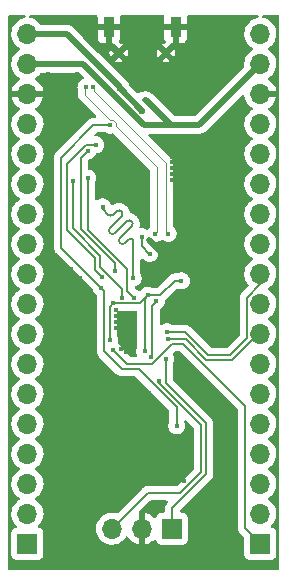
<source format=gbr>
%TF.GenerationSoftware,KiCad,Pcbnew,(6.0.6)*%
%TF.CreationDate,2022-06-27T18:40:53+02:00*%
%TF.ProjectId,rp2040-mini,72703230-3430-42d6-9d69-6e692e6b6963,rev?*%
%TF.SameCoordinates,Original*%
%TF.FileFunction,Copper,L4,Bot*%
%TF.FilePolarity,Positive*%
%FSLAX46Y46*%
G04 Gerber Fmt 4.6, Leading zero omitted, Abs format (unit mm)*
G04 Created by KiCad (PCBNEW (6.0.6)) date 2022-06-27 18:40:53*
%MOMM*%
%LPD*%
G01*
G04 APERTURE LIST*
%TA.AperFunction,ComponentPad*%
%ADD10R,0.900000X1.700000*%
%TD*%
%TA.AperFunction,ComponentPad*%
%ADD11C,0.550000*%
%TD*%
%TA.AperFunction,ComponentPad*%
%ADD12R,1.700000X1.700000*%
%TD*%
%TA.AperFunction,ComponentPad*%
%ADD13O,1.700000X1.700000*%
%TD*%
%TA.AperFunction,ViaPad*%
%ADD14C,0.400000*%
%TD*%
%TA.AperFunction,ViaPad*%
%ADD15C,0.600000*%
%TD*%
%TA.AperFunction,Conductor*%
%ADD16C,0.200000*%
%TD*%
%TA.AperFunction,Conductor*%
%ADD17C,0.500000*%
%TD*%
%TA.AperFunction,Conductor*%
%ADD18C,0.100000*%
%TD*%
G04 APERTURE END LIST*
D10*
%TO.P,J3,6,Shield*%
%TO.N,GND*%
X75675000Y-34550000D03*
D11*
X76500000Y-36700000D03*
X80500000Y-36700000D03*
D10*
X81325000Y-34550000D03*
%TD*%
D12*
%TO.P,J1,1,Pin_1*%
%TO.N,/GPIO14*%
X68775000Y-78275000D03*
D13*
%TO.P,J1,2,Pin_2*%
%TO.N,/GPIO13*%
X68775000Y-75735000D03*
%TO.P,J1,3,Pin_3*%
%TO.N,/GPIO12*%
X68775000Y-73195000D03*
%TO.P,J1,4,Pin_4*%
%TO.N,/GPIO11*%
X68775000Y-70655000D03*
%TO.P,J1,5,Pin_5*%
%TO.N,/GPIO10*%
X68775000Y-68115000D03*
%TO.P,J1,6,Pin_6*%
%TO.N,/GPIO9*%
X68775000Y-65575000D03*
%TO.P,J1,7,Pin_7*%
%TO.N,/GPIO8*%
X68775000Y-63035000D03*
%TO.P,J1,8,Pin_8*%
%TO.N,/GPIO7*%
X68775000Y-60495000D03*
%TO.P,J1,9,Pin_9*%
%TO.N,/GPIO6*%
X68775000Y-57955000D03*
%TO.P,J1,10,Pin_10*%
%TO.N,/GPIO5*%
X68775000Y-55415000D03*
%TO.P,J1,11,Pin_11*%
%TO.N,/GPIO4*%
X68775000Y-52875000D03*
%TO.P,J1,12,Pin_12*%
%TO.N,/GPIO3*%
X68775000Y-50335000D03*
%TO.P,J1,13,Pin_13*%
%TO.N,/GPIO2*%
X68775000Y-47795000D03*
%TO.P,J1,14,Pin_14*%
%TO.N,/GPIO1*%
X68775000Y-45255000D03*
%TO.P,J1,15,Pin_15*%
%TO.N,/GPIO0*%
X68775000Y-42715000D03*
%TO.P,J1,16,Pin_16*%
%TO.N,GND*%
X68775000Y-40175000D03*
%TO.P,J1,17,Pin_17*%
%TO.N,+3V3*%
X68775000Y-37635000D03*
%TO.P,J1,18,Pin_18*%
%TO.N,VBUS*%
X68775000Y-35095000D03*
%TD*%
D12*
%TO.P,J2,1,Pin_1*%
%TO.N,/GPIO15*%
X88500000Y-78275000D03*
D13*
%TO.P,J2,2,Pin_2*%
%TO.N,/GPIO16*%
X88500000Y-75735000D03*
%TO.P,J2,3,Pin_3*%
%TO.N,/GPIO17*%
X88500000Y-73195000D03*
%TO.P,J2,4,Pin_4*%
%TO.N,/GPIO18*%
X88500000Y-70655000D03*
%TO.P,J2,5,Pin_5*%
%TO.N,/GPIO19*%
X88500000Y-68115000D03*
%TO.P,J2,6,Pin_6*%
%TO.N,/GPIO20*%
X88500000Y-65575000D03*
%TO.P,J2,7,Pin_7*%
%TO.N,/GPIO21*%
X88500000Y-63035000D03*
%TO.P,J2,8,Pin_8*%
%TO.N,/GPIO22*%
X88500000Y-60495000D03*
%TO.P,J2,9,Pin_9*%
%TO.N,/GPIO23*%
X88500000Y-57955000D03*
%TO.P,J2,10,Pin_10*%
%TO.N,/GPIO24*%
X88500000Y-55415000D03*
%TO.P,J2,11,Pin_11*%
%TO.N,/GPIO25*%
X88500000Y-52875000D03*
%TO.P,J2,12,Pin_12*%
%TO.N,/ADC0*%
X88500000Y-50335000D03*
%TO.P,J2,13,Pin_13*%
%TO.N,/ADC1*%
X88500000Y-47795000D03*
%TO.P,J2,14,Pin_14*%
%TO.N,/ADC2*%
X88500000Y-45255000D03*
%TO.P,J2,15,Pin_15*%
%TO.N,/ADC3*%
X88500000Y-42715000D03*
%TO.P,J2,16,Pin_16*%
%TO.N,GND*%
X88500000Y-40175000D03*
%TO.P,J2,17,Pin_17*%
%TO.N,+3V3*%
X88500000Y-37635000D03*
%TO.P,J2,18,Pin_18*%
%TO.N,VBUS*%
X88500000Y-35095000D03*
%TD*%
D12*
%TO.P,DEBUG,1,Pin_1*%
%TO.N,/RP2040/SWD*%
X81025000Y-77000000D03*
D13*
%TO.P,DEBUG,2,Pin_2*%
%TO.N,GND*%
X78485000Y-77000000D03*
%TO.P,DEBUG,3,Pin_3*%
%TO.N,/RP2040/SWCLK*%
X75945000Y-77000000D03*
%TD*%
D14*
%TO.N,GND*%
X81000000Y-47500000D03*
X70500000Y-38500000D03*
X85067500Y-54932500D03*
X85000000Y-56800000D03*
X81000000Y-45500000D03*
X84000000Y-34500000D03*
X74000000Y-76500000D03*
X81000000Y-46000000D03*
X83000000Y-45000000D03*
X83000000Y-47500000D03*
X77000000Y-71500000D03*
X70500000Y-40000000D03*
X73218553Y-55781448D03*
X76250000Y-59000000D03*
X80750000Y-57750000D03*
X72500000Y-67500000D03*
X81800000Y-69600000D03*
X76250000Y-59500000D03*
X76700000Y-61800000D03*
X76250000Y-58500000D03*
X79000000Y-47500000D03*
X81000000Y-46500000D03*
X81000000Y-45000000D03*
X79091250Y-52591250D03*
X80750000Y-59250000D03*
X83000000Y-46500000D03*
X85000000Y-39000000D03*
X80750000Y-58750000D03*
X80750000Y-58250000D03*
X72500000Y-55000000D03*
X81000000Y-47000000D03*
X76500000Y-45500000D03*
X70500000Y-42000000D03*
X76250000Y-60000000D03*
X81500000Y-51500000D03*
X78350000Y-70350000D03*
X82000000Y-73000000D03*
X75500000Y-73000000D03*
X85067500Y-52432500D03*
X83000000Y-44500000D03*
X82000000Y-79000000D03*
X82900000Y-53200000D03*
X83000000Y-46000000D03*
X77600000Y-62300000D03*
X74500000Y-65500000D03*
X72000000Y-71500000D03*
X85000000Y-50000000D03*
X76500000Y-47500000D03*
X71000000Y-61200000D03*
X81000000Y-44500000D03*
X79000000Y-67500000D03*
X77150000Y-62050000D03*
X80500000Y-67500000D03*
X85896800Y-60896800D03*
X85000000Y-47500000D03*
X83000000Y-76500000D03*
X75500000Y-79000000D03*
X73000000Y-38500000D03*
X83000000Y-45500000D03*
X83000000Y-47000000D03*
%TO.N,+3V3*%
X76060421Y-57931262D03*
X78700000Y-40747000D03*
X81817500Y-56000000D03*
X79000000Y-57250000D03*
X80900000Y-42800000D03*
X75750000Y-61000000D03*
X78700000Y-61999502D03*
X79112381Y-53708486D03*
X78481984Y-52281984D03*
%TO.N,+1V1*%
X79697147Y-57749500D03*
X79199500Y-62499500D03*
D15*
%TO.N,VBUS*%
X78500000Y-41600000D03*
X76629502Y-39700000D03*
D14*
%TO.N,/RP2040/USB_D-*%
X80700000Y-52016930D03*
X74325003Y-39600000D03*
%TO.N,/RP2040/USB_D+*%
X73725500Y-39600000D03*
X79600000Y-52016930D03*
%TO.N,/RP2040/QSPI_SS*%
X75793747Y-42846233D03*
X75000000Y-56600000D03*
X81411202Y-68295198D03*
%TO.N,/GPIO15*%
X76055945Y-61883936D03*
%TO.N,/RP2040/SWCLK*%
X79900000Y-64500000D03*
%TO.N,/RP2040/SWD*%
X80485113Y-62621287D03*
%TO.N,/GPIO22*%
X80694999Y-60985389D03*
%TO.N,/GPIO24*%
X80592260Y-60328379D03*
%TO.N,/RP2040/QSPI_SD3*%
X77739297Y-55760703D03*
X75150000Y-49750000D03*
%TO.N,/RP2040/QSPI_SCLK*%
X77832288Y-57431762D03*
X73900000Y-47300000D03*
%TO.N,/RP2040/QSPI_SD0*%
X76800000Y-57431762D03*
X72599500Y-47600000D03*
%TO.N,/RP2040/QSPI_SD2*%
X73900000Y-45000000D03*
X76157906Y-55192094D03*
%TO.N,/RP2040/QSPI_SD1*%
X75068592Y-55681408D03*
X74564500Y-44500000D03*
%TD*%
D16*
%TO.N,GND*%
X85896800Y-60896800D02*
X85896800Y-57696800D01*
D17*
X79091250Y-52591250D02*
X80500000Y-54000000D01*
D16*
X85896800Y-57696800D02*
X85000000Y-56800000D01*
D17*
%TO.N,+3V3*%
X78640030Y-42800000D02*
X73475030Y-37635000D01*
X83335000Y-42800000D02*
X88500000Y-37635000D01*
D16*
X79108486Y-53708486D02*
X79112381Y-53708486D01*
X75750000Y-58241683D02*
X75750000Y-61000000D01*
X78481984Y-53081984D02*
X79108486Y-53708486D01*
X78318738Y-57931262D02*
X79000000Y-57250000D01*
D17*
X80900000Y-42800000D02*
X78640030Y-42800000D01*
D16*
X76060421Y-57931262D02*
X78318738Y-57931262D01*
X80000000Y-57250000D02*
X81250000Y-56000000D01*
X78700000Y-61999502D02*
X78700000Y-57550000D01*
X78481984Y-52281984D02*
X78481984Y-53081984D01*
D17*
X73475030Y-37635000D02*
X68775000Y-37635000D01*
D16*
X78700000Y-57550000D02*
X79000000Y-57250000D01*
D17*
X78847000Y-40747000D02*
X78700000Y-40747000D01*
D16*
X76060421Y-57931262D02*
X75750000Y-58241683D01*
X79000000Y-57250000D02*
X80000000Y-57250000D01*
D17*
X80900000Y-42800000D02*
X78847000Y-40747000D01*
D16*
X81250000Y-56000000D02*
X81817500Y-56000000D01*
D17*
X80900000Y-42800000D02*
X83335000Y-42800000D01*
D16*
%TO.N,+1V1*%
X79353200Y-62345800D02*
X79353200Y-58146800D01*
X79353200Y-58146800D02*
X79697147Y-57802853D01*
X79199500Y-62499500D02*
X79353200Y-62345800D01*
X79697147Y-57802853D02*
X79697147Y-57749500D01*
D17*
%TO.N,VBUS*%
X76629502Y-39629502D02*
X72095000Y-35095000D01*
X76629502Y-39700000D02*
X76629502Y-39729502D01*
X76629502Y-39700000D02*
X76629502Y-39629502D01*
X76629502Y-39729502D02*
X78500000Y-41600000D01*
X72095000Y-35095000D02*
X68775000Y-35095000D01*
D18*
%TO.N,/RP2040/USB_D-*%
X80550000Y-51866930D02*
X80700000Y-52016930D01*
X74425252Y-39700249D02*
X74425252Y-39959566D01*
X74325003Y-39600000D02*
X74425252Y-39700249D01*
X74425252Y-39959566D02*
X80550000Y-46084314D01*
X80550000Y-46084314D02*
X80550000Y-51866930D01*
%TO.N,/RP2040/USB_D+*%
X79750000Y-46415686D02*
X79750000Y-51866930D01*
X73625252Y-40290938D02*
X75731036Y-42396722D01*
X75731036Y-42396722D02*
X75979942Y-42396722D01*
X76243258Y-42908944D02*
X79750000Y-46415686D01*
X73725500Y-39600000D02*
X73625252Y-39700248D01*
X73625252Y-39700248D02*
X73625252Y-40290938D01*
X79750000Y-51866930D02*
X79600000Y-52016930D01*
X76243258Y-42660038D02*
X76243258Y-42908944D01*
X75979942Y-42396722D02*
X76243258Y-42660038D01*
D16*
%TO.N,/RP2040/QSPI_SS*%
X75250489Y-56850489D02*
X75250489Y-61973542D01*
X75000000Y-56600000D02*
X75250489Y-56850489D01*
X75250489Y-61973542D02*
X76776947Y-63500000D01*
X79646792Y-64953208D02*
X79653208Y-64953208D01*
X78193584Y-63500000D02*
X79646792Y-64953208D01*
X75000000Y-56600000D02*
X71600000Y-53200000D01*
X81400000Y-66700000D02*
X81400000Y-68283996D01*
X79653208Y-64953208D02*
X81400000Y-66700000D01*
X71600000Y-45600000D02*
X74353767Y-42846233D01*
X81400000Y-68283996D02*
X81411202Y-68295198D01*
X76776947Y-63500000D02*
X78193584Y-63500000D01*
X74353767Y-42846233D02*
X75793747Y-42846233D01*
X71600000Y-53200000D02*
X71600000Y-45600000D01*
%TO.N,/GPIO15*%
X79355905Y-63049511D02*
X79699011Y-62706405D01*
X81015091Y-61384909D02*
X81984909Y-61384909D01*
X81984909Y-61384909D02*
X87200000Y-66600000D01*
X76055945Y-61883936D02*
X77221520Y-63049511D01*
X79699011Y-62700989D02*
X81015091Y-61384909D01*
X87200000Y-66600000D02*
X87200000Y-76975000D01*
X87200000Y-76975000D02*
X88500000Y-78275000D01*
X77221520Y-63049511D02*
X79355905Y-63049511D01*
X79699011Y-62706405D02*
X79699011Y-62700989D01*
%TO.N,/RP2040/SWCLK*%
X83499511Y-72206905D02*
X81706416Y-74000000D01*
X81706416Y-74000000D02*
X78945000Y-74000000D01*
X79900000Y-64634994D02*
X83499511Y-68234505D01*
X78945000Y-74000000D02*
X75945000Y-77000000D01*
X79900000Y-64500000D02*
X79900000Y-64634994D01*
X83499511Y-68234505D02*
X83499511Y-72206905D01*
%TO.N,/RP2040/SWD*%
X80485113Y-62621287D02*
X80485113Y-64655101D01*
X83899030Y-68069018D02*
X83899030Y-72400970D01*
X83899030Y-72400970D02*
X81025000Y-75275000D01*
X80485113Y-64655101D02*
X83899030Y-68069018D01*
X81025000Y-75275000D02*
X81025000Y-77000000D01*
%TO.N,/GPIO22*%
X88305000Y-60495000D02*
X88500000Y-60495000D01*
X82185389Y-60985389D02*
X83900000Y-62700000D01*
X86100000Y-62700000D02*
X88305000Y-60495000D01*
X80694999Y-60985389D02*
X82185389Y-60985389D01*
X83900000Y-62700000D02*
X86100000Y-62700000D01*
%TO.N,/GPIO24*%
X87350489Y-57478856D02*
X88500000Y-56329345D01*
X84065486Y-62300480D02*
X85934514Y-62300480D01*
X80592260Y-60328379D02*
X82093385Y-60328379D01*
X85934514Y-62300480D02*
X87350489Y-60884505D01*
X88500000Y-56329345D02*
X88500000Y-55415000D01*
X87350489Y-60884505D02*
X87350489Y-57478856D01*
X82093385Y-60328379D02*
X84065486Y-62300480D01*
%TO.N,/RP2040/QSPI_SD3*%
X76607924Y-52397874D02*
X76607924Y-52397873D01*
X77739297Y-55760703D02*
X77739297Y-52539297D01*
X77102899Y-51902899D02*
X77597873Y-51407924D01*
X75150000Y-49950000D02*
X75150000Y-49750000D01*
X77173608Y-50983659D02*
X77173608Y-50983660D01*
X76607924Y-52397873D02*
X77102899Y-51902899D01*
X77315032Y-52539296D02*
X77315031Y-52539296D01*
X76325075Y-50135127D02*
X76042232Y-50417969D01*
X77315031Y-52539296D02*
X77032189Y-52822139D01*
X75174072Y-49974072D02*
X75150000Y-49950000D01*
X75759394Y-51549342D02*
X76749340Y-50559391D01*
X77173608Y-50983660D02*
X76678633Y-51478633D01*
X75617968Y-50417969D02*
X75174072Y-49974072D01*
X75759392Y-51549341D02*
X75759394Y-51549342D01*
X76678633Y-51478633D02*
X76183657Y-51973606D01*
X76325075Y-50135126D02*
X76325075Y-50135127D01*
X75617969Y-50417968D02*
G75*
G03*
X76042231Y-50417968I212131J212131D01*
G01*
X77315069Y-52539332D02*
G75*
G02*
X77739297Y-52539297I212131J-212068D01*
G01*
X75759394Y-51973605D02*
G75*
G03*
X76183656Y-51973605I212131J212131D01*
G01*
X76607918Y-52397868D02*
G75*
G03*
X76607925Y-52822139I212182J-212132D01*
G01*
X77173568Y-50983619D02*
G75*
G02*
X77597873Y-50983660I212132J-212181D01*
G01*
X76749299Y-50135168D02*
G75*
G02*
X76749340Y-50559391I-212099J-212132D01*
G01*
X75759420Y-51549369D02*
G75*
G03*
X75759394Y-51973605I212080J-212131D01*
G01*
X76325068Y-50135119D02*
G75*
G02*
X76749340Y-50135127I212132J-212181D01*
G01*
X77597865Y-50983668D02*
G75*
G02*
X77597873Y-51407924I-212165J-212132D01*
G01*
X76607926Y-52822138D02*
G75*
G03*
X77032188Y-52822138I212131J212131D01*
G01*
%TO.N,/RP2040/QSPI_SCLK*%
X73900000Y-51700000D02*
X77239786Y-55039786D01*
X73900000Y-47300000D02*
X73900000Y-51700000D01*
X77239786Y-55039786D02*
X77239786Y-56839260D01*
X77239786Y-56839260D02*
X77832288Y-57431762D01*
%TO.N,/RP2040/QSPI_SD0*%
X72599500Y-47600000D02*
X72599500Y-51529512D01*
X74950000Y-54856416D02*
X76800000Y-56706416D01*
X74950000Y-53880012D02*
X74950000Y-54856416D01*
X76800000Y-56706416D02*
X76800000Y-57431762D01*
X72599500Y-51529512D02*
X74950000Y-53880012D01*
%TO.N,/RP2040/QSPI_SD2*%
X73300000Y-45600000D02*
X73900000Y-45000000D01*
X76157906Y-55192094D02*
X76157906Y-54522912D01*
X76157906Y-54522912D02*
X73300000Y-51665006D01*
X73300000Y-51665006D02*
X73300000Y-45600000D01*
%TO.N,/RP2040/QSPI_SD1*%
X72100000Y-46093584D02*
X73693584Y-44500000D01*
X73693584Y-44500000D02*
X74564500Y-44500000D01*
X72100489Y-49700489D02*
X72100000Y-49700000D01*
X74500000Y-55112816D02*
X74500000Y-54088724D01*
X72100489Y-51689213D02*
X72100489Y-49700489D01*
X75068592Y-55681408D02*
X74500000Y-55112816D01*
X72100000Y-49700000D02*
X72100000Y-46093584D01*
X74500000Y-54088724D02*
X72100489Y-51689213D01*
%TD*%
%TA.AperFunction,Conductor*%
%TO.N,GND*%
G36*
X68572883Y-33528502D02*
G01*
X68619376Y-33582158D01*
X68629480Y-33652432D01*
X68599986Y-33717012D01*
X68540260Y-33755396D01*
X68523821Y-33759050D01*
X68459091Y-33768955D01*
X68246756Y-33838357D01*
X68048607Y-33941507D01*
X68044474Y-33944610D01*
X68044471Y-33944612D01*
X68020247Y-33962800D01*
X67869965Y-34075635D01*
X67715629Y-34237138D01*
X67589743Y-34421680D01*
X67575218Y-34452972D01*
X67504144Y-34606089D01*
X67495688Y-34624305D01*
X67435989Y-34839570D01*
X67412251Y-35061695D01*
X67412548Y-35066848D01*
X67412548Y-35066851D01*
X67418011Y-35161590D01*
X67425110Y-35284715D01*
X67426247Y-35289761D01*
X67426248Y-35289767D01*
X67446119Y-35377939D01*
X67474222Y-35502639D01*
X67558266Y-35709616D01*
X67674987Y-35900088D01*
X67821250Y-36068938D01*
X67993126Y-36211632D01*
X68063595Y-36252811D01*
X68066445Y-36254476D01*
X68115169Y-36306114D01*
X68128240Y-36375897D01*
X68101509Y-36441669D01*
X68061055Y-36475027D01*
X68048607Y-36481507D01*
X68044474Y-36484610D01*
X68044471Y-36484612D01*
X67874100Y-36612530D01*
X67869965Y-36615635D01*
X67715629Y-36777138D01*
X67712715Y-36781410D01*
X67712714Y-36781411D01*
X67700404Y-36799457D01*
X67589743Y-36961680D01*
X67495688Y-37164305D01*
X67435989Y-37379570D01*
X67412251Y-37601695D01*
X67412548Y-37606848D01*
X67412548Y-37606851D01*
X67418011Y-37701590D01*
X67425110Y-37824715D01*
X67426247Y-37829761D01*
X67426248Y-37829767D01*
X67441913Y-37899274D01*
X67474222Y-38042639D01*
X67558266Y-38249616D01*
X67674987Y-38440088D01*
X67821250Y-38608938D01*
X67993126Y-38751632D01*
X68066955Y-38794774D01*
X68115679Y-38846412D01*
X68128750Y-38916195D01*
X68102019Y-38981967D01*
X68061562Y-39015327D01*
X68053457Y-39019546D01*
X68044738Y-39025036D01*
X67874433Y-39152905D01*
X67866726Y-39159748D01*
X67719590Y-39313717D01*
X67713104Y-39321727D01*
X67593098Y-39497649D01*
X67588000Y-39506623D01*
X67498338Y-39699783D01*
X67494775Y-39709470D01*
X67439389Y-39909183D01*
X67440912Y-39917607D01*
X67453292Y-39921000D01*
X70093344Y-39921000D01*
X70106875Y-39917027D01*
X70108180Y-39907947D01*
X70066214Y-39740875D01*
X70062894Y-39731124D01*
X69977972Y-39535814D01*
X69973105Y-39526739D01*
X69857426Y-39347926D01*
X69851136Y-39339757D01*
X69707806Y-39182240D01*
X69700273Y-39175215D01*
X69533139Y-39043222D01*
X69524556Y-39037520D01*
X69487602Y-39017120D01*
X69437631Y-38966687D01*
X69422859Y-38897245D01*
X69447975Y-38830839D01*
X69475327Y-38804232D01*
X69498797Y-38787491D01*
X69654860Y-38676173D01*
X69813096Y-38518489D01*
X69865203Y-38445974D01*
X69921198Y-38402326D01*
X69967526Y-38393500D01*
X73108659Y-38393500D01*
X73176780Y-38413502D01*
X73197754Y-38430405D01*
X73500982Y-38733633D01*
X73535008Y-38795945D01*
X73529943Y-38866760D01*
X73487396Y-38923596D01*
X73469677Y-38934694D01*
X73404438Y-38968367D01*
X73324339Y-39009709D01*
X73195115Y-39122439D01*
X73096510Y-39262739D01*
X73034218Y-39422509D01*
X73033226Y-39430042D01*
X73033226Y-39430043D01*
X73024326Y-39497649D01*
X73011835Y-39592526D01*
X73012669Y-39600076D01*
X73027137Y-39731124D01*
X73030653Y-39762975D01*
X73033262Y-39770106D01*
X73033263Y-39770108D01*
X73059078Y-39840651D01*
X73066752Y-39883952D01*
X73066752Y-40275776D01*
X73066641Y-40281052D01*
X73064003Y-40343992D01*
X73074103Y-40387052D01*
X73076266Y-40398725D01*
X73080931Y-40432778D01*
X73082268Y-40442542D01*
X73085680Y-40450425D01*
X73085680Y-40450427D01*
X73088391Y-40456692D01*
X73095426Y-40477964D01*
X73096983Y-40484605D01*
X73096984Y-40484609D01*
X73098945Y-40492968D01*
X73118000Y-40527630D01*
X73120255Y-40531731D01*
X73125477Y-40542391D01*
X73143040Y-40582976D01*
X73148443Y-40589649D01*
X73148446Y-40589653D01*
X73152741Y-40594957D01*
X73165233Y-40613547D01*
X73169479Y-40621270D01*
X73172663Y-40627061D01*
X73176975Y-40632056D01*
X73176978Y-40632060D01*
X73178261Y-40633546D01*
X73179774Y-40635298D01*
X73204723Y-40660247D01*
X73213548Y-40670047D01*
X73239338Y-40701895D01*
X73246340Y-40706871D01*
X73246341Y-40706872D01*
X73255022Y-40713041D01*
X73271128Y-40726652D01*
X74567114Y-42022638D01*
X74601140Y-42084950D01*
X74596075Y-42155765D01*
X74553528Y-42212601D01*
X74487008Y-42237412D01*
X74478019Y-42237733D01*
X74401911Y-42237733D01*
X74385465Y-42236655D01*
X74361955Y-42233560D01*
X74353767Y-42232482D01*
X74299624Y-42239610D01*
X74226044Y-42249297D01*
X74194916Y-42253395D01*
X74046891Y-42314709D01*
X74001072Y-42349867D01*
X73951704Y-42387748D01*
X73951688Y-42387762D01*
X73926333Y-42407217D01*
X73926330Y-42407220D01*
X73919780Y-42412246D01*
X73914750Y-42418801D01*
X73900315Y-42437612D01*
X73889448Y-42450003D01*
X71203766Y-45135685D01*
X71191375Y-45146552D01*
X71166013Y-45166013D01*
X71141526Y-45197925D01*
X71141523Y-45197928D01*
X71141517Y-45197936D01*
X71074110Y-45285782D01*
X71068476Y-45293124D01*
X71010928Y-45432058D01*
X71007162Y-45441150D01*
X70991500Y-45560115D01*
X70991500Y-45560120D01*
X70986250Y-45600000D01*
X70987328Y-45608188D01*
X70990422Y-45631690D01*
X70991500Y-45648136D01*
X70991500Y-53151864D01*
X70990422Y-53168307D01*
X70986250Y-53200000D01*
X70991500Y-53239880D01*
X70991500Y-53239885D01*
X71000259Y-53306415D01*
X71007162Y-53358851D01*
X71068476Y-53506876D01*
X71073503Y-53513427D01*
X71073504Y-53513429D01*
X71141520Y-53602069D01*
X71141526Y-53602075D01*
X71166013Y-53633987D01*
X71172568Y-53639017D01*
X71191379Y-53653452D01*
X71203770Y-53664319D01*
X74287055Y-56747604D01*
X74316286Y-56793398D01*
X74324385Y-56815530D01*
X74364085Y-56924015D01*
X74368322Y-56930321D01*
X74368324Y-56930324D01*
X74404307Y-56983872D01*
X74459730Y-57066349D01*
X74586565Y-57181760D01*
X74589961Y-57183604D01*
X74632918Y-57238119D01*
X74641989Y-57285062D01*
X74641989Y-61925406D01*
X74640911Y-61941849D01*
X74636739Y-61973542D01*
X74637817Y-61981731D01*
X74641872Y-62012530D01*
X74641989Y-62013422D01*
X74641989Y-62013427D01*
X74652420Y-62092655D01*
X74657651Y-62132393D01*
X74718965Y-62280418D01*
X74723992Y-62286969D01*
X74723993Y-62286971D01*
X74792009Y-62375611D01*
X74792015Y-62375617D01*
X74816502Y-62407529D01*
X74823057Y-62412559D01*
X74841868Y-62426994D01*
X74854259Y-62437861D01*
X76312632Y-63896234D01*
X76323499Y-63908625D01*
X76342960Y-63933987D01*
X76349510Y-63939013D01*
X76374868Y-63958471D01*
X76374884Y-63958485D01*
X76424252Y-63996366D01*
X76470071Y-64031524D01*
X76618096Y-64092838D01*
X76776947Y-64113751D01*
X76808646Y-64109578D01*
X76825091Y-64108500D01*
X77889345Y-64108500D01*
X77957466Y-64128502D01*
X77978440Y-64145405D01*
X79182477Y-65349442D01*
X79193344Y-65361833D01*
X79212805Y-65387195D01*
X79244717Y-65411682D01*
X79244720Y-65411685D01*
X79244728Y-65411691D01*
X79265749Y-65427821D01*
X79278140Y-65438689D01*
X80029068Y-66189616D01*
X80754595Y-66915143D01*
X80788620Y-66977455D01*
X80791500Y-67004238D01*
X80791500Y-67910897D01*
X80779909Y-67957039D01*
X80782212Y-67957937D01*
X80723355Y-68108898D01*
X80719920Y-68117707D01*
X80718928Y-68125240D01*
X80718928Y-68125241D01*
X80711510Y-68181590D01*
X80697537Y-68287724D01*
X80706946Y-68372948D01*
X80715414Y-68449649D01*
X80716355Y-68458173D01*
X80718964Y-68465304D01*
X80718965Y-68465306D01*
X80738101Y-68517596D01*
X80775287Y-68619213D01*
X80870932Y-68761547D01*
X80997767Y-68876958D01*
X81148470Y-68958783D01*
X81314341Y-69002299D01*
X81401788Y-69003672D01*
X81478205Y-69004873D01*
X81478208Y-69004873D01*
X81485804Y-69004992D01*
X81493208Y-69003296D01*
X81493210Y-69003296D01*
X81556048Y-68988904D01*
X81652961Y-68966708D01*
X81806160Y-68889657D01*
X81811931Y-68884728D01*
X81811934Y-68884726D01*
X81930780Y-68783221D01*
X81936557Y-68778287D01*
X82036626Y-68639028D01*
X82100587Y-68479918D01*
X82124749Y-68310145D01*
X82124823Y-68303055D01*
X82124863Y-68299331D01*
X82124863Y-68299325D01*
X82124906Y-68295198D01*
X82104304Y-68124956D01*
X82098237Y-68108898D01*
X82052972Y-67989109D01*
X82047604Y-67918315D01*
X82081362Y-67855858D01*
X82143528Y-67821566D01*
X82214365Y-67826328D01*
X82259933Y-67855476D01*
X82854106Y-68449649D01*
X82888132Y-68511961D01*
X82891011Y-68538744D01*
X82891011Y-71902666D01*
X82871009Y-71970787D01*
X82854106Y-71991761D01*
X81491272Y-73354595D01*
X81428960Y-73388621D01*
X81402177Y-73391500D01*
X78993144Y-73391500D01*
X78976698Y-73390422D01*
X78953188Y-73387327D01*
X78945000Y-73386249D01*
X78786149Y-73407162D01*
X78638124Y-73468476D01*
X78612650Y-73488023D01*
X78542937Y-73541515D01*
X78542921Y-73541529D01*
X78517566Y-73560984D01*
X78517563Y-73560987D01*
X78511013Y-73566013D01*
X78505983Y-73572568D01*
X78491548Y-73591379D01*
X78480681Y-73603770D01*
X76430048Y-75654403D01*
X76367736Y-75688429D01*
X76303287Y-75684358D01*
X76303087Y-75685116D01*
X76299256Y-75684104D01*
X76298895Y-75684081D01*
X76298089Y-75683796D01*
X76293212Y-75682069D01*
X76288123Y-75681162D01*
X76288121Y-75681162D01*
X76078373Y-75643800D01*
X76078367Y-75643799D01*
X76073284Y-75642894D01*
X75999452Y-75641992D01*
X75855081Y-75640228D01*
X75855079Y-75640228D01*
X75849911Y-75640165D01*
X75629091Y-75673955D01*
X75416756Y-75743357D01*
X75218607Y-75846507D01*
X75214474Y-75849610D01*
X75214471Y-75849612D01*
X75044100Y-75977530D01*
X75039965Y-75980635D01*
X74885629Y-76142138D01*
X74759743Y-76326680D01*
X74665688Y-76529305D01*
X74605989Y-76744570D01*
X74582251Y-76966695D01*
X74582548Y-76971848D01*
X74582548Y-76971851D01*
X74587421Y-77056358D01*
X74595110Y-77189715D01*
X74596247Y-77194761D01*
X74596248Y-77194767D01*
X74614160Y-77274246D01*
X74644222Y-77407639D01*
X74728266Y-77614616D01*
X74844987Y-77805088D01*
X74991250Y-77973938D01*
X75163126Y-78116632D01*
X75356000Y-78229338D01*
X75564692Y-78309030D01*
X75569760Y-78310061D01*
X75569763Y-78310062D01*
X75664862Y-78329410D01*
X75783597Y-78353567D01*
X75788772Y-78353757D01*
X75788774Y-78353757D01*
X76001673Y-78361564D01*
X76001677Y-78361564D01*
X76006837Y-78361753D01*
X76011957Y-78361097D01*
X76011959Y-78361097D01*
X76223288Y-78334025D01*
X76223289Y-78334025D01*
X76228416Y-78333368D01*
X76233366Y-78331883D01*
X76437429Y-78270661D01*
X76437434Y-78270659D01*
X76442384Y-78269174D01*
X76642994Y-78170896D01*
X76824860Y-78041173D01*
X76983096Y-77883489D01*
X77042594Y-77800689D01*
X77113453Y-77702077D01*
X77114640Y-77702930D01*
X77161960Y-77659362D01*
X77231897Y-77647145D01*
X77297338Y-77674678D01*
X77325166Y-77706511D01*
X77382694Y-77800388D01*
X77388777Y-77808699D01*
X77528213Y-77969667D01*
X77535580Y-77976883D01*
X77699434Y-78112916D01*
X77707881Y-78118831D01*
X77891756Y-78226279D01*
X77901042Y-78230729D01*
X78100001Y-78306703D01*
X78109899Y-78309579D01*
X78213250Y-78330606D01*
X78227299Y-78329410D01*
X78231000Y-78319065D01*
X78231000Y-75683102D01*
X78227422Y-75670916D01*
X78227424Y-75599919D01*
X78259224Y-75546325D01*
X79160144Y-74645405D01*
X79222456Y-74611379D01*
X79249239Y-74608500D01*
X80522846Y-74608500D01*
X80590967Y-74628502D01*
X80637460Y-74682158D01*
X80647564Y-74752432D01*
X80618070Y-74817012D01*
X80599553Y-74834460D01*
X80591013Y-74841013D01*
X80566526Y-74872925D01*
X80566523Y-74872928D01*
X80493476Y-74968124D01*
X80432162Y-75116149D01*
X80432162Y-75116150D01*
X80416500Y-75235115D01*
X80416500Y-75235120D01*
X80411250Y-75275000D01*
X80412328Y-75283188D01*
X80415422Y-75306690D01*
X80416500Y-75323136D01*
X80416500Y-75515500D01*
X80396498Y-75583621D01*
X80342842Y-75630114D01*
X80290500Y-75641500D01*
X80126866Y-75641500D01*
X80064684Y-75648255D01*
X79928295Y-75699385D01*
X79811739Y-75786739D01*
X79724385Y-75903295D01*
X79721233Y-75911703D01*
X79721232Y-75911705D01*
X79679722Y-76022433D01*
X79637081Y-76079198D01*
X79570519Y-76103898D01*
X79501170Y-76088691D01*
X79468546Y-76063004D01*
X79417799Y-76007234D01*
X79410273Y-76000215D01*
X79243139Y-75868222D01*
X79234552Y-75862517D01*
X79048117Y-75759599D01*
X79038705Y-75755369D01*
X78837959Y-75684280D01*
X78827988Y-75681646D01*
X78756837Y-75668972D01*
X78743540Y-75670432D01*
X78739000Y-75684989D01*
X78739000Y-78318517D01*
X78743064Y-78332359D01*
X78756478Y-78334393D01*
X78763184Y-78333534D01*
X78773262Y-78331392D01*
X78977255Y-78270191D01*
X78986842Y-78266433D01*
X79178095Y-78172739D01*
X79186945Y-78167464D01*
X79360328Y-78043792D01*
X79368193Y-78037145D01*
X79472897Y-77932805D01*
X79535268Y-77898889D01*
X79606075Y-77904077D01*
X79662837Y-77946723D01*
X79679819Y-77977826D01*
X79724385Y-78096705D01*
X79811739Y-78213261D01*
X79928295Y-78300615D01*
X80064684Y-78351745D01*
X80126866Y-78358500D01*
X81923134Y-78358500D01*
X81985316Y-78351745D01*
X82121705Y-78300615D01*
X82238261Y-78213261D01*
X82325615Y-78096705D01*
X82376745Y-77960316D01*
X82383500Y-77898134D01*
X82383500Y-76101866D01*
X82376745Y-76039684D01*
X82325615Y-75903295D01*
X82238261Y-75786739D01*
X82121705Y-75699385D01*
X81985316Y-75648255D01*
X81923134Y-75641500D01*
X81823239Y-75641500D01*
X81755118Y-75621498D01*
X81708625Y-75567842D01*
X81698521Y-75497568D01*
X81728015Y-75432988D01*
X81734144Y-75426405D01*
X84295264Y-72865285D01*
X84307655Y-72854418D01*
X84326467Y-72839983D01*
X84333017Y-72834957D01*
X84357504Y-72803045D01*
X84357510Y-72803039D01*
X84425526Y-72714399D01*
X84425527Y-72714397D01*
X84430554Y-72707846D01*
X84471506Y-72608977D01*
X84491868Y-72559820D01*
X84507530Y-72440855D01*
X84507530Y-72440848D01*
X84512780Y-72400970D01*
X84508608Y-72369277D01*
X84507530Y-72352834D01*
X84507530Y-68117154D01*
X84508608Y-68100708D01*
X84511702Y-68077206D01*
X84512780Y-68069018D01*
X84507530Y-68029138D01*
X84507530Y-68029133D01*
X84491868Y-67910168D01*
X84484809Y-67893126D01*
X84430554Y-67762142D01*
X84357508Y-67666947D01*
X84357504Y-67666943D01*
X84343964Y-67649297D01*
X84338046Y-67641584D01*
X84338043Y-67641581D01*
X84333017Y-67635031D01*
X84326462Y-67630001D01*
X84307651Y-67615566D01*
X84295260Y-67604699D01*
X81130518Y-64439957D01*
X81096492Y-64377645D01*
X81093613Y-64350862D01*
X81093613Y-63026359D01*
X81108671Y-62967714D01*
X81110537Y-62965117D01*
X81174498Y-62806007D01*
X81177529Y-62784707D01*
X81198079Y-62640318D01*
X81198079Y-62640314D01*
X81198660Y-62636234D01*
X81198817Y-62621287D01*
X81178215Y-62451045D01*
X81174424Y-62441011D01*
X81120284Y-62297734D01*
X81117600Y-62290631D01*
X81113299Y-62284373D01*
X81109779Y-62277640D01*
X81112459Y-62276239D01*
X81094699Y-62221947D01*
X81112611Y-62153247D01*
X81131545Y-62129004D01*
X81230235Y-62030314D01*
X81292547Y-61996288D01*
X81319330Y-61993409D01*
X81680670Y-61993409D01*
X81748791Y-62013411D01*
X81769765Y-62030314D01*
X86554595Y-66815144D01*
X86588621Y-66877456D01*
X86591500Y-66904239D01*
X86591500Y-76926864D01*
X86590422Y-76943307D01*
X86586250Y-76975000D01*
X86591500Y-77014880D01*
X86591500Y-77014885D01*
X86602278Y-77096753D01*
X86607162Y-77133851D01*
X86668476Y-77281876D01*
X86673503Y-77288427D01*
X86673504Y-77288429D01*
X86741520Y-77377069D01*
X86741526Y-77377075D01*
X86766013Y-77408987D01*
X86772568Y-77414017D01*
X86791379Y-77428452D01*
X86803770Y-77439319D01*
X87104595Y-77740144D01*
X87138621Y-77802456D01*
X87141500Y-77829239D01*
X87141500Y-79173134D01*
X87148255Y-79235316D01*
X87199385Y-79371705D01*
X87286739Y-79488261D01*
X87403295Y-79575615D01*
X87539684Y-79626745D01*
X87601866Y-79633500D01*
X89398134Y-79633500D01*
X89460316Y-79626745D01*
X89596705Y-79575615D01*
X89713261Y-79488261D01*
X89800615Y-79371705D01*
X89851745Y-79235316D01*
X89858500Y-79173134D01*
X89858500Y-77376866D01*
X89851745Y-77314684D01*
X89800615Y-77178295D01*
X89713261Y-77061739D01*
X89596705Y-76974385D01*
X89562500Y-76961562D01*
X89478203Y-76929960D01*
X89421439Y-76887318D01*
X89396739Y-76820756D01*
X89411947Y-76751408D01*
X89433493Y-76722727D01*
X89534435Y-76622137D01*
X89538096Y-76618489D01*
X89597594Y-76535689D01*
X89665435Y-76441277D01*
X89668453Y-76437077D01*
X89767430Y-76236811D01*
X89809462Y-76098469D01*
X89830865Y-76028023D01*
X89830865Y-76028021D01*
X89832370Y-76023069D01*
X89861529Y-75801590D01*
X89861611Y-75798240D01*
X89863074Y-75738365D01*
X89863074Y-75738361D01*
X89863156Y-75735000D01*
X89844852Y-75512361D01*
X89790431Y-75295702D01*
X89701354Y-75090840D01*
X89661906Y-75029862D01*
X89582822Y-74907617D01*
X89582820Y-74907614D01*
X89580014Y-74903277D01*
X89429670Y-74738051D01*
X89425619Y-74734852D01*
X89425615Y-74734848D01*
X89258414Y-74602800D01*
X89258410Y-74602798D01*
X89254359Y-74599598D01*
X89213053Y-74576796D01*
X89163084Y-74526364D01*
X89148312Y-74456921D01*
X89173428Y-74390516D01*
X89200780Y-74363909D01*
X89244603Y-74332650D01*
X89379860Y-74236173D01*
X89538096Y-74078489D01*
X89597594Y-73995689D01*
X89665435Y-73901277D01*
X89668453Y-73897077D01*
X89767430Y-73696811D01*
X89808698Y-73560984D01*
X89830865Y-73488023D01*
X89830865Y-73488021D01*
X89832370Y-73483069D01*
X89861529Y-73261590D01*
X89863156Y-73195000D01*
X89844852Y-72972361D01*
X89790431Y-72755702D01*
X89701354Y-72550840D01*
X89661906Y-72489862D01*
X89582822Y-72367617D01*
X89582820Y-72367614D01*
X89580014Y-72363277D01*
X89429670Y-72198051D01*
X89425619Y-72194852D01*
X89425615Y-72194848D01*
X89258414Y-72062800D01*
X89258410Y-72062798D01*
X89254359Y-72059598D01*
X89213053Y-72036796D01*
X89163084Y-71986364D01*
X89148312Y-71916921D01*
X89173428Y-71850516D01*
X89200780Y-71823909D01*
X89244603Y-71792650D01*
X89379860Y-71696173D01*
X89538096Y-71538489D01*
X89597594Y-71455689D01*
X89665435Y-71361277D01*
X89668453Y-71357077D01*
X89767430Y-71156811D01*
X89832370Y-70943069D01*
X89861529Y-70721590D01*
X89863156Y-70655000D01*
X89844852Y-70432361D01*
X89790431Y-70215702D01*
X89701354Y-70010840D01*
X89580014Y-69823277D01*
X89429670Y-69658051D01*
X89425619Y-69654852D01*
X89425615Y-69654848D01*
X89258414Y-69522800D01*
X89258410Y-69522798D01*
X89254359Y-69519598D01*
X89213053Y-69496796D01*
X89163084Y-69446364D01*
X89148312Y-69376921D01*
X89173428Y-69310516D01*
X89200780Y-69283909D01*
X89244603Y-69252650D01*
X89379860Y-69156173D01*
X89538096Y-68998489D01*
X89566628Y-68958783D01*
X89665435Y-68821277D01*
X89668453Y-68817077D01*
X89690674Y-68772117D01*
X89765136Y-68621453D01*
X89765137Y-68621451D01*
X89767430Y-68616811D01*
X89832370Y-68403069D01*
X89861529Y-68181590D01*
X89861611Y-68178240D01*
X89863074Y-68118365D01*
X89863074Y-68118361D01*
X89863156Y-68115000D01*
X89844852Y-67892361D01*
X89790431Y-67675702D01*
X89701354Y-67470840D01*
X89580014Y-67283277D01*
X89429670Y-67118051D01*
X89425619Y-67114852D01*
X89425615Y-67114848D01*
X89258414Y-66982800D01*
X89258410Y-66982798D01*
X89254359Y-66979598D01*
X89213053Y-66956796D01*
X89163084Y-66906364D01*
X89148312Y-66836921D01*
X89173428Y-66770516D01*
X89200780Y-66743909D01*
X89244603Y-66712650D01*
X89379860Y-66616173D01*
X89538096Y-66458489D01*
X89597594Y-66375689D01*
X89665435Y-66281277D01*
X89668453Y-66277077D01*
X89767430Y-66076811D01*
X89832370Y-65863069D01*
X89861529Y-65641590D01*
X89863156Y-65575000D01*
X89844852Y-65352361D01*
X89790431Y-65135702D01*
X89701354Y-64930840D01*
X89580014Y-64743277D01*
X89429670Y-64578051D01*
X89425619Y-64574852D01*
X89425615Y-64574848D01*
X89258414Y-64442800D01*
X89258410Y-64442798D01*
X89254359Y-64439598D01*
X89213053Y-64416796D01*
X89163084Y-64366364D01*
X89148312Y-64296921D01*
X89173428Y-64230516D01*
X89200780Y-64203909D01*
X89244603Y-64172650D01*
X89379860Y-64076173D01*
X89538096Y-63918489D01*
X89597594Y-63835689D01*
X89665435Y-63741277D01*
X89668453Y-63737077D01*
X89714009Y-63644902D01*
X89765136Y-63541453D01*
X89765137Y-63541451D01*
X89767430Y-63536811D01*
X89832370Y-63323069D01*
X89861529Y-63101590D01*
X89863156Y-63035000D01*
X89844852Y-62812361D01*
X89790431Y-62595702D01*
X89701354Y-62390840D01*
X89580014Y-62203277D01*
X89429670Y-62038051D01*
X89425619Y-62034852D01*
X89425615Y-62034848D01*
X89258414Y-61902800D01*
X89258410Y-61902798D01*
X89254359Y-61899598D01*
X89213053Y-61876796D01*
X89163084Y-61826364D01*
X89148312Y-61756921D01*
X89173428Y-61690516D01*
X89200780Y-61663909D01*
X89244603Y-61632650D01*
X89379860Y-61536173D01*
X89538096Y-61378489D01*
X89597594Y-61295689D01*
X89665435Y-61201277D01*
X89668453Y-61197077D01*
X89675314Y-61183196D01*
X89765136Y-61001453D01*
X89765137Y-61001451D01*
X89767430Y-60996811D01*
X89832370Y-60783069D01*
X89861529Y-60561590D01*
X89863156Y-60495000D01*
X89844852Y-60272361D01*
X89790431Y-60055702D01*
X89701354Y-59850840D01*
X89628808Y-59738701D01*
X89582822Y-59667617D01*
X89582820Y-59667614D01*
X89580014Y-59663277D01*
X89429670Y-59498051D01*
X89425619Y-59494852D01*
X89425615Y-59494848D01*
X89258414Y-59362800D01*
X89258410Y-59362798D01*
X89254359Y-59359598D01*
X89213053Y-59336796D01*
X89163084Y-59286364D01*
X89148312Y-59216921D01*
X89173428Y-59150516D01*
X89200780Y-59123909D01*
X89244603Y-59092650D01*
X89379860Y-58996173D01*
X89538096Y-58838489D01*
X89597594Y-58755689D01*
X89665435Y-58661277D01*
X89668453Y-58657077D01*
X89690030Y-58613420D01*
X89765136Y-58461453D01*
X89765137Y-58461451D01*
X89767430Y-58456811D01*
X89832370Y-58243069D01*
X89861529Y-58021590D01*
X89863156Y-57955000D01*
X89844852Y-57732361D01*
X89790431Y-57515702D01*
X89701354Y-57310840D01*
X89644067Y-57222288D01*
X89582822Y-57127617D01*
X89582820Y-57127614D01*
X89580014Y-57123277D01*
X89429670Y-56958051D01*
X89425619Y-56954852D01*
X89425615Y-56954848D01*
X89258414Y-56822800D01*
X89258410Y-56822798D01*
X89254359Y-56819598D01*
X89213053Y-56796796D01*
X89163084Y-56746364D01*
X89148312Y-56676921D01*
X89173428Y-56610516D01*
X89200780Y-56583909D01*
X89257046Y-56543775D01*
X89379860Y-56456173D01*
X89538096Y-56298489D01*
X89597594Y-56215689D01*
X89665435Y-56121277D01*
X89668453Y-56117077D01*
X89678135Y-56097488D01*
X89765136Y-55921453D01*
X89765137Y-55921451D01*
X89767430Y-55916811D01*
X89832370Y-55703069D01*
X89861529Y-55481590D01*
X89861727Y-55473502D01*
X89863074Y-55418365D01*
X89863074Y-55418361D01*
X89863156Y-55415000D01*
X89844852Y-55192361D01*
X89790431Y-54975702D01*
X89701354Y-54770840D01*
X89580014Y-54583277D01*
X89429670Y-54418051D01*
X89425619Y-54414852D01*
X89425615Y-54414848D01*
X89258414Y-54282800D01*
X89258410Y-54282798D01*
X89254359Y-54279598D01*
X89213053Y-54256796D01*
X89163084Y-54206364D01*
X89148312Y-54136921D01*
X89173428Y-54070516D01*
X89200780Y-54043909D01*
X89244603Y-54012650D01*
X89379860Y-53916173D01*
X89402908Y-53893206D01*
X89488064Y-53808346D01*
X89538096Y-53758489D01*
X89597594Y-53675689D01*
X89665435Y-53581277D01*
X89668453Y-53577077D01*
X89683919Y-53545785D01*
X89765136Y-53381453D01*
X89765137Y-53381451D01*
X89767430Y-53376811D01*
X89811594Y-53231452D01*
X89830865Y-53168023D01*
X89830865Y-53168021D01*
X89832370Y-53163069D01*
X89861529Y-52941590D01*
X89863156Y-52875000D01*
X89844852Y-52652361D01*
X89790431Y-52435702D01*
X89701354Y-52230840D01*
X89580014Y-52043277D01*
X89429670Y-51878051D01*
X89425619Y-51874852D01*
X89425615Y-51874848D01*
X89258414Y-51742800D01*
X89258410Y-51742798D01*
X89254359Y-51739598D01*
X89213053Y-51716796D01*
X89163084Y-51666364D01*
X89148312Y-51596921D01*
X89173428Y-51530516D01*
X89200780Y-51503909D01*
X89249013Y-51469505D01*
X89379860Y-51376173D01*
X89538096Y-51218489D01*
X89588045Y-51148978D01*
X89665435Y-51041277D01*
X89668453Y-51037077D01*
X89704135Y-50964881D01*
X89765136Y-50841453D01*
X89765137Y-50841451D01*
X89767430Y-50836811D01*
X89832370Y-50623069D01*
X89861529Y-50401590D01*
X89862660Y-50355310D01*
X89863074Y-50338365D01*
X89863074Y-50338361D01*
X89863156Y-50335000D01*
X89844852Y-50112361D01*
X89790431Y-49895702D01*
X89701354Y-49690840D01*
X89634940Y-49588180D01*
X89582822Y-49507617D01*
X89582820Y-49507614D01*
X89580014Y-49503277D01*
X89429670Y-49338051D01*
X89425619Y-49334852D01*
X89425615Y-49334848D01*
X89258414Y-49202800D01*
X89258410Y-49202798D01*
X89254359Y-49199598D01*
X89213053Y-49176796D01*
X89163084Y-49126364D01*
X89148312Y-49056921D01*
X89173428Y-48990516D01*
X89200780Y-48963909D01*
X89244603Y-48932650D01*
X89379860Y-48836173D01*
X89538096Y-48678489D01*
X89597594Y-48595689D01*
X89665435Y-48501277D01*
X89668453Y-48497077D01*
X89767430Y-48296811D01*
X89832370Y-48083069D01*
X89861529Y-47861590D01*
X89863156Y-47795000D01*
X89844852Y-47572361D01*
X89790431Y-47355702D01*
X89701354Y-47150840D01*
X89580014Y-46963277D01*
X89429670Y-46798051D01*
X89425619Y-46794852D01*
X89425615Y-46794848D01*
X89258414Y-46662800D01*
X89258410Y-46662798D01*
X89254359Y-46659598D01*
X89213053Y-46636796D01*
X89163084Y-46586364D01*
X89148312Y-46516921D01*
X89173428Y-46450516D01*
X89200780Y-46423909D01*
X89244603Y-46392650D01*
X89379860Y-46296173D01*
X89538096Y-46138489D01*
X89597594Y-46055689D01*
X89665435Y-45961277D01*
X89668453Y-45957077D01*
X89676290Y-45941221D01*
X89765136Y-45761453D01*
X89765137Y-45761451D01*
X89767430Y-45756811D01*
X89815720Y-45597871D01*
X89830865Y-45548023D01*
X89830865Y-45548021D01*
X89832370Y-45543069D01*
X89861529Y-45321590D01*
X89863156Y-45255000D01*
X89844852Y-45032361D01*
X89790431Y-44815702D01*
X89701354Y-44610840D01*
X89639318Y-44514947D01*
X89582822Y-44427617D01*
X89582820Y-44427614D01*
X89580014Y-44423277D01*
X89429670Y-44258051D01*
X89425619Y-44254852D01*
X89425615Y-44254848D01*
X89258414Y-44122800D01*
X89258410Y-44122798D01*
X89254359Y-44119598D01*
X89213053Y-44096796D01*
X89163084Y-44046364D01*
X89148312Y-43976921D01*
X89173428Y-43910516D01*
X89200780Y-43883909D01*
X89266188Y-43837254D01*
X89379860Y-43756173D01*
X89538096Y-43598489D01*
X89549593Y-43582490D01*
X89665435Y-43421277D01*
X89668453Y-43417077D01*
X89675611Y-43402595D01*
X89765136Y-43221453D01*
X89765137Y-43221451D01*
X89767430Y-43216811D01*
X89832370Y-43003069D01*
X89861529Y-42781590D01*
X89863156Y-42715000D01*
X89844852Y-42492361D01*
X89790431Y-42275702D01*
X89701354Y-42070840D01*
X89580014Y-41883277D01*
X89429670Y-41718051D01*
X89425619Y-41714852D01*
X89425615Y-41714848D01*
X89258414Y-41582800D01*
X89258410Y-41582798D01*
X89254359Y-41579598D01*
X89212569Y-41556529D01*
X89162598Y-41506097D01*
X89147826Y-41436654D01*
X89172942Y-41370248D01*
X89200294Y-41343641D01*
X89375328Y-41218792D01*
X89383200Y-41212139D01*
X89534052Y-41061812D01*
X89540730Y-41053965D01*
X89665003Y-40881020D01*
X89670313Y-40872183D01*
X89764670Y-40681267D01*
X89768469Y-40671672D01*
X89830377Y-40467910D01*
X89832555Y-40457837D01*
X89833986Y-40446962D01*
X89831775Y-40432778D01*
X89818617Y-40429000D01*
X88372000Y-40429000D01*
X88303879Y-40408998D01*
X88257386Y-40355342D01*
X88246000Y-40303000D01*
X88246000Y-40047000D01*
X88266002Y-39978879D01*
X88319658Y-39932386D01*
X88372000Y-39921000D01*
X89818344Y-39921000D01*
X89831875Y-39917027D01*
X89833180Y-39907947D01*
X89791214Y-39740875D01*
X89787894Y-39731124D01*
X89702972Y-39535814D01*
X89698105Y-39526739D01*
X89582426Y-39347926D01*
X89576136Y-39339757D01*
X89432806Y-39182240D01*
X89425273Y-39175215D01*
X89258139Y-39043222D01*
X89249556Y-39037520D01*
X89212602Y-39017120D01*
X89162631Y-38966687D01*
X89147859Y-38897245D01*
X89172975Y-38830839D01*
X89200327Y-38804232D01*
X89223797Y-38787491D01*
X89379860Y-38676173D01*
X89538096Y-38518489D01*
X89597594Y-38435689D01*
X89665435Y-38341277D01*
X89668453Y-38337077D01*
X89767430Y-38136811D01*
X89832370Y-37923069D01*
X89861529Y-37701590D01*
X89863156Y-37635000D01*
X89844852Y-37412361D01*
X89790431Y-37195702D01*
X89701354Y-36990840D01*
X89627384Y-36876500D01*
X89582822Y-36807617D01*
X89582818Y-36807612D01*
X89580014Y-36803277D01*
X89429670Y-36638051D01*
X89425619Y-36634852D01*
X89425615Y-36634848D01*
X89258414Y-36502800D01*
X89258410Y-36502798D01*
X89254359Y-36499598D01*
X89213053Y-36476796D01*
X89163084Y-36426364D01*
X89148312Y-36356921D01*
X89173428Y-36290516D01*
X89200780Y-36263909D01*
X89244603Y-36232650D01*
X89379860Y-36136173D01*
X89538096Y-35978489D01*
X89541601Y-35973612D01*
X89665435Y-35801277D01*
X89668453Y-35797077D01*
X89705020Y-35723090D01*
X89765136Y-35601453D01*
X89765137Y-35601451D01*
X89767430Y-35596811D01*
X89832370Y-35383069D01*
X89861529Y-35161590D01*
X89863156Y-35095000D01*
X89844852Y-34872361D01*
X89790431Y-34655702D01*
X89701354Y-34450840D01*
X89639057Y-34354543D01*
X89582822Y-34267617D01*
X89582818Y-34267612D01*
X89580014Y-34263277D01*
X89429670Y-34098051D01*
X89425619Y-34094852D01*
X89425615Y-34094848D01*
X89258414Y-33962800D01*
X89258410Y-33962798D01*
X89254359Y-33959598D01*
X89058789Y-33851638D01*
X89053920Y-33849914D01*
X89053916Y-33849912D01*
X88853087Y-33778795D01*
X88853083Y-33778794D01*
X88848212Y-33777069D01*
X88843119Y-33776162D01*
X88843116Y-33776161D01*
X88744230Y-33758547D01*
X88680672Y-33726909D01*
X88644309Y-33665932D01*
X88646686Y-33594975D01*
X88687047Y-33536567D01*
X88752579Y-33509252D01*
X88766326Y-33508500D01*
X89990500Y-33508500D01*
X90058621Y-33528502D01*
X90105114Y-33582158D01*
X90116500Y-33634500D01*
X90116500Y-80365500D01*
X90096498Y-80433621D01*
X90042842Y-80480114D01*
X89990500Y-80491500D01*
X67259500Y-80491500D01*
X67191379Y-80471498D01*
X67144886Y-80417842D01*
X67133500Y-80365500D01*
X67133500Y-75701695D01*
X67412251Y-75701695D01*
X67412548Y-75706848D01*
X67412548Y-75706851D01*
X67418011Y-75801590D01*
X67425110Y-75924715D01*
X67426247Y-75929761D01*
X67426248Y-75929767D01*
X67442125Y-76000215D01*
X67474222Y-76142639D01*
X67558266Y-76349616D01*
X67674987Y-76540088D01*
X67821250Y-76708938D01*
X67825230Y-76712242D01*
X67829981Y-76716187D01*
X67869616Y-76775090D01*
X67871113Y-76846071D01*
X67833997Y-76906593D01*
X67793724Y-76931112D01*
X67678295Y-76974385D01*
X67561739Y-77061739D01*
X67474385Y-77178295D01*
X67423255Y-77314684D01*
X67416500Y-77376866D01*
X67416500Y-79173134D01*
X67423255Y-79235316D01*
X67474385Y-79371705D01*
X67561739Y-79488261D01*
X67678295Y-79575615D01*
X67814684Y-79626745D01*
X67876866Y-79633500D01*
X69673134Y-79633500D01*
X69735316Y-79626745D01*
X69871705Y-79575615D01*
X69988261Y-79488261D01*
X70075615Y-79371705D01*
X70126745Y-79235316D01*
X70133500Y-79173134D01*
X70133500Y-77376866D01*
X70126745Y-77314684D01*
X70075615Y-77178295D01*
X69988261Y-77061739D01*
X69871705Y-76974385D01*
X69837500Y-76961562D01*
X69753203Y-76929960D01*
X69696439Y-76887318D01*
X69671739Y-76820756D01*
X69686947Y-76751408D01*
X69708493Y-76722727D01*
X69809435Y-76622137D01*
X69813096Y-76618489D01*
X69872594Y-76535689D01*
X69940435Y-76441277D01*
X69943453Y-76437077D01*
X70042430Y-76236811D01*
X70084462Y-76098469D01*
X70105865Y-76028023D01*
X70105865Y-76028021D01*
X70107370Y-76023069D01*
X70136529Y-75801590D01*
X70136611Y-75798240D01*
X70138074Y-75738365D01*
X70138074Y-75738361D01*
X70138156Y-75735000D01*
X70119852Y-75512361D01*
X70065431Y-75295702D01*
X69976354Y-75090840D01*
X69936906Y-75029862D01*
X69857822Y-74907617D01*
X69857820Y-74907614D01*
X69855014Y-74903277D01*
X69704670Y-74738051D01*
X69700619Y-74734852D01*
X69700615Y-74734848D01*
X69533414Y-74602800D01*
X69533410Y-74602798D01*
X69529359Y-74599598D01*
X69488053Y-74576796D01*
X69438084Y-74526364D01*
X69423312Y-74456921D01*
X69448428Y-74390516D01*
X69475780Y-74363909D01*
X69519603Y-74332650D01*
X69654860Y-74236173D01*
X69813096Y-74078489D01*
X69872594Y-73995689D01*
X69940435Y-73901277D01*
X69943453Y-73897077D01*
X70042430Y-73696811D01*
X70083698Y-73560984D01*
X70105865Y-73488023D01*
X70105865Y-73488021D01*
X70107370Y-73483069D01*
X70136529Y-73261590D01*
X70138156Y-73195000D01*
X70119852Y-72972361D01*
X70065431Y-72755702D01*
X69976354Y-72550840D01*
X69936906Y-72489862D01*
X69857822Y-72367617D01*
X69857820Y-72367614D01*
X69855014Y-72363277D01*
X69704670Y-72198051D01*
X69700619Y-72194852D01*
X69700615Y-72194848D01*
X69533414Y-72062800D01*
X69533410Y-72062798D01*
X69529359Y-72059598D01*
X69488053Y-72036796D01*
X69438084Y-71986364D01*
X69423312Y-71916921D01*
X69448428Y-71850516D01*
X69475780Y-71823909D01*
X69519603Y-71792650D01*
X69654860Y-71696173D01*
X69813096Y-71538489D01*
X69872594Y-71455689D01*
X69940435Y-71361277D01*
X69943453Y-71357077D01*
X70042430Y-71156811D01*
X70107370Y-70943069D01*
X70136529Y-70721590D01*
X70138156Y-70655000D01*
X70119852Y-70432361D01*
X70065431Y-70215702D01*
X69976354Y-70010840D01*
X69855014Y-69823277D01*
X69704670Y-69658051D01*
X69700619Y-69654852D01*
X69700615Y-69654848D01*
X69533414Y-69522800D01*
X69533410Y-69522798D01*
X69529359Y-69519598D01*
X69488053Y-69496796D01*
X69438084Y-69446364D01*
X69423312Y-69376921D01*
X69448428Y-69310516D01*
X69475780Y-69283909D01*
X69519603Y-69252650D01*
X69654860Y-69156173D01*
X69813096Y-68998489D01*
X69841628Y-68958783D01*
X69940435Y-68821277D01*
X69943453Y-68817077D01*
X69965674Y-68772117D01*
X70040136Y-68621453D01*
X70040137Y-68621451D01*
X70042430Y-68616811D01*
X70107370Y-68403069D01*
X70136529Y-68181590D01*
X70136611Y-68178240D01*
X70138074Y-68118365D01*
X70138074Y-68118361D01*
X70138156Y-68115000D01*
X70119852Y-67892361D01*
X70065431Y-67675702D01*
X69976354Y-67470840D01*
X69855014Y-67283277D01*
X69704670Y-67118051D01*
X69700619Y-67114852D01*
X69700615Y-67114848D01*
X69533414Y-66982800D01*
X69533410Y-66982798D01*
X69529359Y-66979598D01*
X69488053Y-66956796D01*
X69438084Y-66906364D01*
X69423312Y-66836921D01*
X69448428Y-66770516D01*
X69475780Y-66743909D01*
X69519603Y-66712650D01*
X69654860Y-66616173D01*
X69813096Y-66458489D01*
X69872594Y-66375689D01*
X69940435Y-66281277D01*
X69943453Y-66277077D01*
X70042430Y-66076811D01*
X70107370Y-65863069D01*
X70136529Y-65641590D01*
X70138156Y-65575000D01*
X70119852Y-65352361D01*
X70065431Y-65135702D01*
X69976354Y-64930840D01*
X69855014Y-64743277D01*
X69704670Y-64578051D01*
X69700619Y-64574852D01*
X69700615Y-64574848D01*
X69533414Y-64442800D01*
X69533410Y-64442798D01*
X69529359Y-64439598D01*
X69488053Y-64416796D01*
X69438084Y-64366364D01*
X69423312Y-64296921D01*
X69448428Y-64230516D01*
X69475780Y-64203909D01*
X69519603Y-64172650D01*
X69654860Y-64076173D01*
X69813096Y-63918489D01*
X69872594Y-63835689D01*
X69940435Y-63741277D01*
X69943453Y-63737077D01*
X69989009Y-63644902D01*
X70040136Y-63541453D01*
X70040137Y-63541451D01*
X70042430Y-63536811D01*
X70107370Y-63323069D01*
X70136529Y-63101590D01*
X70138156Y-63035000D01*
X70119852Y-62812361D01*
X70065431Y-62595702D01*
X69976354Y-62390840D01*
X69855014Y-62203277D01*
X69704670Y-62038051D01*
X69700619Y-62034852D01*
X69700615Y-62034848D01*
X69533414Y-61902800D01*
X69533410Y-61902798D01*
X69529359Y-61899598D01*
X69488053Y-61876796D01*
X69438084Y-61826364D01*
X69423312Y-61756921D01*
X69448428Y-61690516D01*
X69475780Y-61663909D01*
X69519603Y-61632650D01*
X69654860Y-61536173D01*
X69813096Y-61378489D01*
X69872594Y-61295689D01*
X69940435Y-61201277D01*
X69943453Y-61197077D01*
X69950314Y-61183196D01*
X70040136Y-61001453D01*
X70040137Y-61001451D01*
X70042430Y-60996811D01*
X70107370Y-60783069D01*
X70136529Y-60561590D01*
X70138156Y-60495000D01*
X70119852Y-60272361D01*
X70065431Y-60055702D01*
X69976354Y-59850840D01*
X69903808Y-59738701D01*
X69857822Y-59667617D01*
X69857820Y-59667614D01*
X69855014Y-59663277D01*
X69704670Y-59498051D01*
X69700619Y-59494852D01*
X69700615Y-59494848D01*
X69533414Y-59362800D01*
X69533410Y-59362798D01*
X69529359Y-59359598D01*
X69488053Y-59336796D01*
X69438084Y-59286364D01*
X69423312Y-59216921D01*
X69448428Y-59150516D01*
X69475780Y-59123909D01*
X69519603Y-59092650D01*
X69654860Y-58996173D01*
X69813096Y-58838489D01*
X69872594Y-58755689D01*
X69940435Y-58661277D01*
X69943453Y-58657077D01*
X69965030Y-58613420D01*
X70040136Y-58461453D01*
X70040137Y-58461451D01*
X70042430Y-58456811D01*
X70107370Y-58243069D01*
X70136529Y-58021590D01*
X70138156Y-57955000D01*
X70119852Y-57732361D01*
X70065431Y-57515702D01*
X69976354Y-57310840D01*
X69919067Y-57222288D01*
X69857822Y-57127617D01*
X69857820Y-57127614D01*
X69855014Y-57123277D01*
X69704670Y-56958051D01*
X69700619Y-56954852D01*
X69700615Y-56954848D01*
X69533414Y-56822800D01*
X69533410Y-56822798D01*
X69529359Y-56819598D01*
X69488053Y-56796796D01*
X69438084Y-56746364D01*
X69423312Y-56676921D01*
X69448428Y-56610516D01*
X69475780Y-56583909D01*
X69532046Y-56543775D01*
X69654860Y-56456173D01*
X69813096Y-56298489D01*
X69872594Y-56215689D01*
X69940435Y-56121277D01*
X69943453Y-56117077D01*
X69953135Y-56097488D01*
X70040136Y-55921453D01*
X70040137Y-55921451D01*
X70042430Y-55916811D01*
X70107370Y-55703069D01*
X70136529Y-55481590D01*
X70136727Y-55473502D01*
X70138074Y-55418365D01*
X70138074Y-55418361D01*
X70138156Y-55415000D01*
X70119852Y-55192361D01*
X70065431Y-54975702D01*
X69976354Y-54770840D01*
X69855014Y-54583277D01*
X69704670Y-54418051D01*
X69700619Y-54414852D01*
X69700615Y-54414848D01*
X69533414Y-54282800D01*
X69533410Y-54282798D01*
X69529359Y-54279598D01*
X69488053Y-54256796D01*
X69438084Y-54206364D01*
X69423312Y-54136921D01*
X69448428Y-54070516D01*
X69475780Y-54043909D01*
X69519603Y-54012650D01*
X69654860Y-53916173D01*
X69677908Y-53893206D01*
X69763064Y-53808346D01*
X69813096Y-53758489D01*
X69872594Y-53675689D01*
X69940435Y-53581277D01*
X69943453Y-53577077D01*
X69958919Y-53545785D01*
X70040136Y-53381453D01*
X70040137Y-53381451D01*
X70042430Y-53376811D01*
X70086594Y-53231452D01*
X70105865Y-53168023D01*
X70105865Y-53168021D01*
X70107370Y-53163069D01*
X70136529Y-52941590D01*
X70138156Y-52875000D01*
X70119852Y-52652361D01*
X70065431Y-52435702D01*
X69976354Y-52230840D01*
X69855014Y-52043277D01*
X69704670Y-51878051D01*
X69700619Y-51874852D01*
X69700615Y-51874848D01*
X69533414Y-51742800D01*
X69533410Y-51742798D01*
X69529359Y-51739598D01*
X69488053Y-51716796D01*
X69438084Y-51666364D01*
X69423312Y-51596921D01*
X69448428Y-51530516D01*
X69475780Y-51503909D01*
X69524013Y-51469505D01*
X69654860Y-51376173D01*
X69813096Y-51218489D01*
X69863045Y-51148978D01*
X69940435Y-51041277D01*
X69943453Y-51037077D01*
X69979135Y-50964881D01*
X70040136Y-50841453D01*
X70040137Y-50841451D01*
X70042430Y-50836811D01*
X70107370Y-50623069D01*
X70136529Y-50401590D01*
X70137660Y-50355310D01*
X70138074Y-50338365D01*
X70138074Y-50338361D01*
X70138156Y-50335000D01*
X70119852Y-50112361D01*
X70065431Y-49895702D01*
X69976354Y-49690840D01*
X69909940Y-49588180D01*
X69857822Y-49507617D01*
X69857820Y-49507614D01*
X69855014Y-49503277D01*
X69704670Y-49338051D01*
X69700619Y-49334852D01*
X69700615Y-49334848D01*
X69533414Y-49202800D01*
X69533410Y-49202798D01*
X69529359Y-49199598D01*
X69488053Y-49176796D01*
X69438084Y-49126364D01*
X69423312Y-49056921D01*
X69448428Y-48990516D01*
X69475780Y-48963909D01*
X69519603Y-48932650D01*
X69654860Y-48836173D01*
X69813096Y-48678489D01*
X69872594Y-48595689D01*
X69940435Y-48501277D01*
X69943453Y-48497077D01*
X70042430Y-48296811D01*
X70107370Y-48083069D01*
X70136529Y-47861590D01*
X70138156Y-47795000D01*
X70119852Y-47572361D01*
X70065431Y-47355702D01*
X69976354Y-47150840D01*
X69855014Y-46963277D01*
X69704670Y-46798051D01*
X69700619Y-46794852D01*
X69700615Y-46794848D01*
X69533414Y-46662800D01*
X69533410Y-46662798D01*
X69529359Y-46659598D01*
X69488053Y-46636796D01*
X69438084Y-46586364D01*
X69423312Y-46516921D01*
X69448428Y-46450516D01*
X69475780Y-46423909D01*
X69519603Y-46392650D01*
X69654860Y-46296173D01*
X69813096Y-46138489D01*
X69872594Y-46055689D01*
X69940435Y-45961277D01*
X69943453Y-45957077D01*
X69951290Y-45941221D01*
X70040136Y-45761453D01*
X70040137Y-45761451D01*
X70042430Y-45756811D01*
X70090720Y-45597871D01*
X70105865Y-45548023D01*
X70105865Y-45548021D01*
X70107370Y-45543069D01*
X70136529Y-45321590D01*
X70138156Y-45255000D01*
X70119852Y-45032361D01*
X70065431Y-44815702D01*
X69976354Y-44610840D01*
X69914318Y-44514947D01*
X69857822Y-44427617D01*
X69857820Y-44427614D01*
X69855014Y-44423277D01*
X69704670Y-44258051D01*
X69700619Y-44254852D01*
X69700615Y-44254848D01*
X69533414Y-44122800D01*
X69533410Y-44122798D01*
X69529359Y-44119598D01*
X69488053Y-44096796D01*
X69438084Y-44046364D01*
X69423312Y-43976921D01*
X69448428Y-43910516D01*
X69475780Y-43883909D01*
X69541188Y-43837254D01*
X69654860Y-43756173D01*
X69813096Y-43598489D01*
X69824593Y-43582490D01*
X69940435Y-43421277D01*
X69943453Y-43417077D01*
X69950611Y-43402595D01*
X70040136Y-43221453D01*
X70040137Y-43221451D01*
X70042430Y-43216811D01*
X70107370Y-43003069D01*
X70136529Y-42781590D01*
X70138156Y-42715000D01*
X70119852Y-42492361D01*
X70065431Y-42275702D01*
X69976354Y-42070840D01*
X69855014Y-41883277D01*
X69704670Y-41718051D01*
X69700619Y-41714852D01*
X69700615Y-41714848D01*
X69533414Y-41582800D01*
X69533410Y-41582798D01*
X69529359Y-41579598D01*
X69487569Y-41556529D01*
X69437598Y-41506097D01*
X69422826Y-41436654D01*
X69447942Y-41370248D01*
X69475294Y-41343641D01*
X69650328Y-41218792D01*
X69658200Y-41212139D01*
X69809052Y-41061812D01*
X69815730Y-41053965D01*
X69940003Y-40881020D01*
X69945313Y-40872183D01*
X70039670Y-40681267D01*
X70043469Y-40671672D01*
X70105377Y-40467910D01*
X70107555Y-40457837D01*
X70108986Y-40446962D01*
X70106775Y-40432778D01*
X70093617Y-40429000D01*
X67458225Y-40429000D01*
X67444694Y-40432973D01*
X67443257Y-40442966D01*
X67473565Y-40577446D01*
X67476645Y-40587275D01*
X67556770Y-40784603D01*
X67561413Y-40793794D01*
X67672694Y-40975388D01*
X67678777Y-40983699D01*
X67818213Y-41144667D01*
X67825580Y-41151883D01*
X67989434Y-41287916D01*
X67997881Y-41293831D01*
X68066969Y-41334203D01*
X68115693Y-41385842D01*
X68128764Y-41455625D01*
X68102033Y-41521396D01*
X68061584Y-41554752D01*
X68048607Y-41561507D01*
X68044474Y-41564610D01*
X68044471Y-41564612D01*
X68020247Y-41582800D01*
X67869965Y-41695635D01*
X67715629Y-41857138D01*
X67589743Y-42041680D01*
X67574003Y-42075590D01*
X67498739Y-42237733D01*
X67495688Y-42244305D01*
X67435989Y-42459570D01*
X67412251Y-42681695D01*
X67412548Y-42686848D01*
X67412548Y-42686851D01*
X67418011Y-42781590D01*
X67425110Y-42904715D01*
X67426247Y-42909761D01*
X67426248Y-42909767D01*
X67446119Y-42997939D01*
X67474222Y-43122639D01*
X67558266Y-43329616D01*
X67600710Y-43398878D01*
X67668694Y-43509818D01*
X67674987Y-43520088D01*
X67821250Y-43688938D01*
X67993126Y-43831632D01*
X68002747Y-43837254D01*
X68066445Y-43874476D01*
X68115169Y-43926114D01*
X68128240Y-43995897D01*
X68101509Y-44061669D01*
X68061055Y-44095027D01*
X68048607Y-44101507D01*
X68044474Y-44104610D01*
X68044471Y-44104612D01*
X68020247Y-44122800D01*
X67869965Y-44235635D01*
X67866393Y-44239373D01*
X67772813Y-44337299D01*
X67715629Y-44397138D01*
X67589743Y-44581680D01*
X67495688Y-44784305D01*
X67435989Y-44999570D01*
X67412251Y-45221695D01*
X67412548Y-45226848D01*
X67412548Y-45226851D01*
X67424812Y-45439547D01*
X67425110Y-45444715D01*
X67426247Y-45449761D01*
X67426248Y-45449767D01*
X67433758Y-45483089D01*
X67474222Y-45662639D01*
X67558266Y-45869616D01*
X67579483Y-45904239D01*
X67662583Y-46039846D01*
X67674987Y-46060088D01*
X67821250Y-46228938D01*
X67993126Y-46371632D01*
X68063595Y-46412811D01*
X68066445Y-46414476D01*
X68115169Y-46466114D01*
X68128240Y-46535897D01*
X68101509Y-46601669D01*
X68061055Y-46635027D01*
X68048607Y-46641507D01*
X68044474Y-46644610D01*
X68044471Y-46644612D01*
X67952131Y-46713943D01*
X67869965Y-46775635D01*
X67715629Y-46937138D01*
X67712715Y-46941410D01*
X67712714Y-46941411D01*
X67688814Y-46976447D01*
X67589743Y-47121680D01*
X67574003Y-47155590D01*
X67500032Y-47314947D01*
X67495688Y-47324305D01*
X67435989Y-47539570D01*
X67412251Y-47761695D01*
X67412548Y-47766848D01*
X67412548Y-47766851D01*
X67418011Y-47861590D01*
X67425110Y-47984715D01*
X67426247Y-47989761D01*
X67426248Y-47989767D01*
X67446119Y-48077939D01*
X67474222Y-48202639D01*
X67558266Y-48409616D01*
X67674987Y-48600088D01*
X67821250Y-48768938D01*
X67993126Y-48911632D01*
X68063595Y-48952811D01*
X68066445Y-48954476D01*
X68115169Y-49006114D01*
X68128240Y-49075897D01*
X68101509Y-49141669D01*
X68061055Y-49175027D01*
X68048607Y-49181507D01*
X68044474Y-49184610D01*
X68044471Y-49184612D01*
X67874100Y-49312530D01*
X67869965Y-49315635D01*
X67866393Y-49319373D01*
X67739737Y-49451911D01*
X67715629Y-49477138D01*
X67589743Y-49661680D01*
X67495688Y-49864305D01*
X67435989Y-50079570D01*
X67412251Y-50301695D01*
X67412548Y-50306848D01*
X67412548Y-50306851D01*
X67419871Y-50433850D01*
X67425110Y-50524715D01*
X67426247Y-50529761D01*
X67426248Y-50529767D01*
X67446119Y-50617939D01*
X67474222Y-50742639D01*
X67558266Y-50949616D01*
X67592456Y-51005409D01*
X67668803Y-51129996D01*
X67674987Y-51140088D01*
X67821250Y-51308938D01*
X67993126Y-51451632D01*
X68023712Y-51469505D01*
X68066445Y-51494476D01*
X68115169Y-51546114D01*
X68128240Y-51615897D01*
X68101509Y-51681669D01*
X68061055Y-51715027D01*
X68048607Y-51721507D01*
X68044474Y-51724610D01*
X68044471Y-51724612D01*
X67881881Y-51846688D01*
X67869965Y-51855635D01*
X67866393Y-51859373D01*
X67719752Y-52012824D01*
X67715629Y-52017138D01*
X67712715Y-52021410D01*
X67712714Y-52021411D01*
X67627556Y-52146249D01*
X67589743Y-52201680D01*
X67495688Y-52404305D01*
X67435989Y-52619570D01*
X67412251Y-52841695D01*
X67412548Y-52846848D01*
X67412548Y-52846851D01*
X67421126Y-52995617D01*
X67425110Y-53064715D01*
X67426247Y-53069761D01*
X67426248Y-53069767D01*
X67439255Y-53127482D01*
X67474222Y-53282639D01*
X67558266Y-53489616D01*
X67560965Y-53494020D01*
X67661743Y-53658475D01*
X67674987Y-53680088D01*
X67821250Y-53848938D01*
X67993126Y-53991632D01*
X68063065Y-54032501D01*
X68066445Y-54034476D01*
X68115169Y-54086114D01*
X68128240Y-54155897D01*
X68101509Y-54221669D01*
X68061055Y-54255027D01*
X68048607Y-54261507D01*
X68044474Y-54264610D01*
X68044471Y-54264612D01*
X67874100Y-54392530D01*
X67869965Y-54395635D01*
X67715629Y-54557138D01*
X67589743Y-54741680D01*
X67495688Y-54944305D01*
X67435989Y-55159570D01*
X67412251Y-55381695D01*
X67412548Y-55386848D01*
X67412548Y-55386851D01*
X67424288Y-55590461D01*
X67425110Y-55604715D01*
X67426247Y-55609761D01*
X67426248Y-55609767D01*
X67439675Y-55669344D01*
X67474222Y-55822639D01*
X67512461Y-55916811D01*
X67552310Y-56014947D01*
X67558266Y-56029616D01*
X67560965Y-56034020D01*
X67653314Y-56184720D01*
X67674987Y-56220088D01*
X67821250Y-56388938D01*
X67993126Y-56531632D01*
X68029303Y-56552772D01*
X68066445Y-56574476D01*
X68115169Y-56626114D01*
X68128240Y-56695897D01*
X68101509Y-56761669D01*
X68061055Y-56795027D01*
X68048607Y-56801507D01*
X68044474Y-56804610D01*
X68044471Y-56804612D01*
X67874100Y-56932530D01*
X67869965Y-56935635D01*
X67866393Y-56939373D01*
X67735083Y-57076781D01*
X67715629Y-57097138D01*
X67712715Y-57101410D01*
X67712714Y-57101411D01*
X67700404Y-57119457D01*
X67589743Y-57281680D01*
X67574003Y-57315590D01*
X67502019Y-57470667D01*
X67495688Y-57484305D01*
X67435989Y-57699570D01*
X67412251Y-57921695D01*
X67412548Y-57926848D01*
X67412548Y-57926851D01*
X67418011Y-58021590D01*
X67425110Y-58144715D01*
X67426247Y-58149761D01*
X67426248Y-58149767D01*
X67446025Y-58237523D01*
X67474222Y-58362639D01*
X67512461Y-58456811D01*
X67554266Y-58559764D01*
X67558266Y-58569616D01*
X67674987Y-58760088D01*
X67821250Y-58928938D01*
X67993126Y-59071632D01*
X68063595Y-59112811D01*
X68066445Y-59114476D01*
X68115169Y-59166114D01*
X68128240Y-59235897D01*
X68101509Y-59301669D01*
X68061055Y-59335027D01*
X68048607Y-59341507D01*
X68044474Y-59344610D01*
X68044471Y-59344612D01*
X68020247Y-59362800D01*
X67869965Y-59475635D01*
X67715629Y-59637138D01*
X67589743Y-59821680D01*
X67574003Y-59855590D01*
X67509224Y-59995145D01*
X67495688Y-60024305D01*
X67435989Y-60239570D01*
X67412251Y-60461695D01*
X67412548Y-60466848D01*
X67412548Y-60466851D01*
X67423706Y-60660363D01*
X67425110Y-60684715D01*
X67426247Y-60689761D01*
X67426248Y-60689767D01*
X67440747Y-60754103D01*
X67474222Y-60902639D01*
X67558266Y-61109616D01*
X67674987Y-61300088D01*
X67821250Y-61468938D01*
X67993126Y-61611632D01*
X68029842Y-61633087D01*
X68066445Y-61654476D01*
X68115169Y-61706114D01*
X68128240Y-61775897D01*
X68101509Y-61841669D01*
X68061055Y-61875027D01*
X68048607Y-61881507D01*
X68044474Y-61884610D01*
X68044471Y-61884612D01*
X67874100Y-62012530D01*
X67869965Y-62015635D01*
X67715629Y-62177138D01*
X67589743Y-62361680D01*
X67495688Y-62564305D01*
X67435989Y-62779570D01*
X67412251Y-63001695D01*
X67412548Y-63006848D01*
X67412548Y-63006851D01*
X67418011Y-63101590D01*
X67425110Y-63224715D01*
X67426247Y-63229761D01*
X67426248Y-63229767D01*
X67439750Y-63289678D01*
X67474222Y-63442639D01*
X67558266Y-63649616D01*
X67674987Y-63840088D01*
X67821250Y-64008938D01*
X67897846Y-64072529D01*
X67985626Y-64145405D01*
X67993126Y-64151632D01*
X68063595Y-64192811D01*
X68066445Y-64194476D01*
X68115169Y-64246114D01*
X68128240Y-64315897D01*
X68101509Y-64381669D01*
X68061055Y-64415027D01*
X68048607Y-64421507D01*
X68044474Y-64424610D01*
X68044471Y-64424612D01*
X68020247Y-64442800D01*
X67869965Y-64555635D01*
X67715629Y-64717138D01*
X67589743Y-64901680D01*
X67495688Y-65104305D01*
X67435989Y-65319570D01*
X67412251Y-65541695D01*
X67412548Y-65546848D01*
X67412548Y-65546851D01*
X67418011Y-65641590D01*
X67425110Y-65764715D01*
X67426247Y-65769761D01*
X67426248Y-65769767D01*
X67446119Y-65857939D01*
X67474222Y-65982639D01*
X67558266Y-66189616D01*
X67674987Y-66380088D01*
X67821250Y-66548938D01*
X67993126Y-66691632D01*
X68063595Y-66732811D01*
X68066445Y-66734476D01*
X68115169Y-66786114D01*
X68128240Y-66855897D01*
X68101509Y-66921669D01*
X68061055Y-66955027D01*
X68048607Y-66961507D01*
X68044474Y-66964610D01*
X68044471Y-66964612D01*
X67874100Y-67092530D01*
X67869965Y-67095635D01*
X67715629Y-67257138D01*
X67589743Y-67441680D01*
X67574003Y-67475590D01*
X67502328Y-67630001D01*
X67495688Y-67644305D01*
X67435989Y-67859570D01*
X67412251Y-68081695D01*
X67412548Y-68086848D01*
X67412548Y-68086851D01*
X67424561Y-68295198D01*
X67425110Y-68304715D01*
X67426247Y-68309761D01*
X67426248Y-68309767D01*
X67427254Y-68314229D01*
X67474222Y-68522639D01*
X67558266Y-68729616D01*
X67560965Y-68734020D01*
X67645426Y-68871848D01*
X67674987Y-68920088D01*
X67821250Y-69088938D01*
X67993126Y-69231632D01*
X68063595Y-69272811D01*
X68066445Y-69274476D01*
X68115169Y-69326114D01*
X68128240Y-69395897D01*
X68101509Y-69461669D01*
X68061055Y-69495027D01*
X68048607Y-69501507D01*
X68044474Y-69504610D01*
X68044471Y-69504612D01*
X68020247Y-69522800D01*
X67869965Y-69635635D01*
X67715629Y-69797138D01*
X67589743Y-69981680D01*
X67495688Y-70184305D01*
X67435989Y-70399570D01*
X67412251Y-70621695D01*
X67412548Y-70626848D01*
X67412548Y-70626851D01*
X67418011Y-70721590D01*
X67425110Y-70844715D01*
X67426247Y-70849761D01*
X67426248Y-70849767D01*
X67446119Y-70937939D01*
X67474222Y-71062639D01*
X67558266Y-71269616D01*
X67674987Y-71460088D01*
X67821250Y-71628938D01*
X67993126Y-71771632D01*
X68063595Y-71812811D01*
X68066445Y-71814476D01*
X68115169Y-71866114D01*
X68128240Y-71935897D01*
X68101509Y-72001669D01*
X68061055Y-72035027D01*
X68048607Y-72041507D01*
X68044474Y-72044610D01*
X68044471Y-72044612D01*
X68020247Y-72062800D01*
X67869965Y-72175635D01*
X67715629Y-72337138D01*
X67589743Y-72521680D01*
X67495688Y-72724305D01*
X67435989Y-72939570D01*
X67412251Y-73161695D01*
X67412548Y-73166848D01*
X67412548Y-73166851D01*
X67418011Y-73261590D01*
X67425110Y-73384715D01*
X67426247Y-73389761D01*
X67426248Y-73389767D01*
X67445120Y-73473505D01*
X67474222Y-73602639D01*
X67558266Y-73809616D01*
X67674987Y-74000088D01*
X67821250Y-74168938D01*
X67993126Y-74311632D01*
X68063595Y-74352811D01*
X68066445Y-74354476D01*
X68115169Y-74406114D01*
X68128240Y-74475897D01*
X68101509Y-74541669D01*
X68061055Y-74575027D01*
X68048607Y-74581507D01*
X68044474Y-74584610D01*
X68044471Y-74584612D01*
X67914552Y-74682158D01*
X67869965Y-74715635D01*
X67866393Y-74719373D01*
X67719645Y-74872936D01*
X67715629Y-74877138D01*
X67589743Y-75061680D01*
X67495688Y-75264305D01*
X67435989Y-75479570D01*
X67412251Y-75701695D01*
X67133500Y-75701695D01*
X67133500Y-33634500D01*
X67153502Y-33566379D01*
X67207158Y-33519886D01*
X67259500Y-33508500D01*
X68504762Y-33508500D01*
X68572883Y-33528502D01*
G37*
%TD.AperFunction*%
%TA.AperFunction,Conductor*%
G36*
X78033621Y-58559764D02*
G01*
X78080114Y-58613420D01*
X78091500Y-58665762D01*
X78091500Y-61594310D01*
X78076543Y-61653853D01*
X78075377Y-61656027D01*
X78071010Y-61662241D01*
X78046799Y-61724338D01*
X78031280Y-61764144D01*
X78008718Y-61822011D01*
X78007726Y-61829544D01*
X78007726Y-61829545D01*
X77987691Y-61981731D01*
X77986335Y-61992028D01*
X77991416Y-62038051D01*
X78002674Y-62140020D01*
X78005153Y-62162477D01*
X78007762Y-62169608D01*
X78007763Y-62169610D01*
X78045126Y-62271710D01*
X78049752Y-62342556D01*
X78015342Y-62404656D01*
X77952820Y-62438295D01*
X77926800Y-62441011D01*
X77525759Y-62441011D01*
X77457638Y-62421009D01*
X77436664Y-62404106D01*
X76769928Y-61737370D01*
X76741157Y-61692813D01*
X76691116Y-61560383D01*
X76688432Y-61553280D01*
X76632735Y-61472240D01*
X76595604Y-61418214D01*
X76595603Y-61418212D01*
X76591302Y-61411955D01*
X76476737Y-61309881D01*
X76439181Y-61249631D01*
X76438863Y-61186018D01*
X76439385Y-61184720D01*
X76463547Y-61014947D01*
X76463704Y-61000000D01*
X76451922Y-60902639D01*
X76444015Y-60837299D01*
X76444014Y-60837296D01*
X76443102Y-60829758D01*
X76382487Y-60669344D01*
X76378187Y-60663087D01*
X76374665Y-60656350D01*
X76377063Y-60655096D01*
X76358500Y-60595318D01*
X76358500Y-58665762D01*
X76378502Y-58597641D01*
X76432158Y-58551148D01*
X76484500Y-58539762D01*
X77965500Y-58539762D01*
X78033621Y-58559764D01*
G37*
%TD.AperFunction*%
%TA.AperFunction,Conductor*%
G36*
X87068257Y-40243590D02*
G01*
X87125093Y-40286137D01*
X87150016Y-40354394D01*
X87150309Y-40359477D01*
X87151745Y-40369697D01*
X87198565Y-40577446D01*
X87201645Y-40587275D01*
X87281770Y-40784603D01*
X87286413Y-40793794D01*
X87397694Y-40975388D01*
X87403777Y-40983699D01*
X87543213Y-41144667D01*
X87550580Y-41151883D01*
X87714434Y-41287916D01*
X87722881Y-41293831D01*
X87791969Y-41334203D01*
X87840693Y-41385842D01*
X87853764Y-41455625D01*
X87827033Y-41521396D01*
X87786584Y-41554752D01*
X87773607Y-41561507D01*
X87769474Y-41564610D01*
X87769471Y-41564612D01*
X87745247Y-41582800D01*
X87594965Y-41695635D01*
X87440629Y-41857138D01*
X87314743Y-42041680D01*
X87299003Y-42075590D01*
X87223739Y-42237733D01*
X87220688Y-42244305D01*
X87160989Y-42459570D01*
X87137251Y-42681695D01*
X87137548Y-42686848D01*
X87137548Y-42686851D01*
X87143011Y-42781590D01*
X87150110Y-42904715D01*
X87151247Y-42909761D01*
X87151248Y-42909767D01*
X87171119Y-42997939D01*
X87199222Y-43122639D01*
X87283266Y-43329616D01*
X87325710Y-43398878D01*
X87393694Y-43509818D01*
X87399987Y-43520088D01*
X87546250Y-43688938D01*
X87718126Y-43831632D01*
X87727747Y-43837254D01*
X87791445Y-43874476D01*
X87840169Y-43926114D01*
X87853240Y-43995897D01*
X87826509Y-44061669D01*
X87786055Y-44095027D01*
X87773607Y-44101507D01*
X87769474Y-44104610D01*
X87769471Y-44104612D01*
X87745247Y-44122800D01*
X87594965Y-44235635D01*
X87591393Y-44239373D01*
X87497813Y-44337299D01*
X87440629Y-44397138D01*
X87314743Y-44581680D01*
X87220688Y-44784305D01*
X87160989Y-44999570D01*
X87137251Y-45221695D01*
X87137548Y-45226848D01*
X87137548Y-45226851D01*
X87149812Y-45439547D01*
X87150110Y-45444715D01*
X87151247Y-45449761D01*
X87151248Y-45449767D01*
X87158758Y-45483089D01*
X87199222Y-45662639D01*
X87283266Y-45869616D01*
X87304483Y-45904239D01*
X87387583Y-46039846D01*
X87399987Y-46060088D01*
X87546250Y-46228938D01*
X87718126Y-46371632D01*
X87788595Y-46412811D01*
X87791445Y-46414476D01*
X87840169Y-46466114D01*
X87853240Y-46535897D01*
X87826509Y-46601669D01*
X87786055Y-46635027D01*
X87773607Y-46641507D01*
X87769474Y-46644610D01*
X87769471Y-46644612D01*
X87677131Y-46713943D01*
X87594965Y-46775635D01*
X87440629Y-46937138D01*
X87437715Y-46941410D01*
X87437714Y-46941411D01*
X87413814Y-46976447D01*
X87314743Y-47121680D01*
X87299003Y-47155590D01*
X87225032Y-47314947D01*
X87220688Y-47324305D01*
X87160989Y-47539570D01*
X87137251Y-47761695D01*
X87137548Y-47766848D01*
X87137548Y-47766851D01*
X87143011Y-47861590D01*
X87150110Y-47984715D01*
X87151247Y-47989761D01*
X87151248Y-47989767D01*
X87171119Y-48077939D01*
X87199222Y-48202639D01*
X87283266Y-48409616D01*
X87399987Y-48600088D01*
X87546250Y-48768938D01*
X87718126Y-48911632D01*
X87788595Y-48952811D01*
X87791445Y-48954476D01*
X87840169Y-49006114D01*
X87853240Y-49075897D01*
X87826509Y-49141669D01*
X87786055Y-49175027D01*
X87773607Y-49181507D01*
X87769474Y-49184610D01*
X87769471Y-49184612D01*
X87599100Y-49312530D01*
X87594965Y-49315635D01*
X87591393Y-49319373D01*
X87464737Y-49451911D01*
X87440629Y-49477138D01*
X87314743Y-49661680D01*
X87220688Y-49864305D01*
X87160989Y-50079570D01*
X87137251Y-50301695D01*
X87137548Y-50306848D01*
X87137548Y-50306851D01*
X87144871Y-50433850D01*
X87150110Y-50524715D01*
X87151247Y-50529761D01*
X87151248Y-50529767D01*
X87171119Y-50617939D01*
X87199222Y-50742639D01*
X87283266Y-50949616D01*
X87317456Y-51005409D01*
X87393803Y-51129996D01*
X87399987Y-51140088D01*
X87546250Y-51308938D01*
X87718126Y-51451632D01*
X87748712Y-51469505D01*
X87791445Y-51494476D01*
X87840169Y-51546114D01*
X87853240Y-51615897D01*
X87826509Y-51681669D01*
X87786055Y-51715027D01*
X87773607Y-51721507D01*
X87769474Y-51724610D01*
X87769471Y-51724612D01*
X87606881Y-51846688D01*
X87594965Y-51855635D01*
X87591393Y-51859373D01*
X87444752Y-52012824D01*
X87440629Y-52017138D01*
X87437715Y-52021410D01*
X87437714Y-52021411D01*
X87352556Y-52146249D01*
X87314743Y-52201680D01*
X87220688Y-52404305D01*
X87160989Y-52619570D01*
X87137251Y-52841695D01*
X87137548Y-52846848D01*
X87137548Y-52846851D01*
X87146126Y-52995617D01*
X87150110Y-53064715D01*
X87151247Y-53069761D01*
X87151248Y-53069767D01*
X87164255Y-53127482D01*
X87199222Y-53282639D01*
X87283266Y-53489616D01*
X87285965Y-53494020D01*
X87386743Y-53658475D01*
X87399987Y-53680088D01*
X87546250Y-53848938D01*
X87718126Y-53991632D01*
X87788065Y-54032501D01*
X87791445Y-54034476D01*
X87840169Y-54086114D01*
X87853240Y-54155897D01*
X87826509Y-54221669D01*
X87786055Y-54255027D01*
X87773607Y-54261507D01*
X87769474Y-54264610D01*
X87769471Y-54264612D01*
X87599100Y-54392530D01*
X87594965Y-54395635D01*
X87440629Y-54557138D01*
X87314743Y-54741680D01*
X87220688Y-54944305D01*
X87160989Y-55159570D01*
X87137251Y-55381695D01*
X87137548Y-55386848D01*
X87137548Y-55386851D01*
X87149288Y-55590461D01*
X87150110Y-55604715D01*
X87151247Y-55609761D01*
X87151248Y-55609767D01*
X87164675Y-55669344D01*
X87199222Y-55822639D01*
X87237461Y-55916811D01*
X87277310Y-56014947D01*
X87283266Y-56029616D01*
X87285965Y-56034020D01*
X87378314Y-56184720D01*
X87399987Y-56220088D01*
X87485055Y-56318292D01*
X87514537Y-56382876D01*
X87504423Y-56453149D01*
X87478912Y-56489884D01*
X86954255Y-57014541D01*
X86941864Y-57025408D01*
X86916502Y-57044869D01*
X86892015Y-57076781D01*
X86892012Y-57076784D01*
X86818965Y-57171980D01*
X86759512Y-57315513D01*
X86757651Y-57320006D01*
X86741989Y-57438971D01*
X86741989Y-57438976D01*
X86736739Y-57478856D01*
X86737817Y-57487044D01*
X86740911Y-57510546D01*
X86741989Y-57526992D01*
X86741989Y-60580266D01*
X86721987Y-60648387D01*
X86705084Y-60669361D01*
X85719370Y-61655075D01*
X85657058Y-61689101D01*
X85630275Y-61691980D01*
X84369725Y-61691980D01*
X84301604Y-61671978D01*
X84280630Y-61655075D01*
X82557700Y-59932145D01*
X82546833Y-59919754D01*
X82532398Y-59900942D01*
X82527372Y-59894392D01*
X82495460Y-59869905D01*
X82495457Y-59869902D01*
X82470615Y-59850840D01*
X82406814Y-59801883D01*
X82406812Y-59801882D01*
X82400261Y-59796855D01*
X82252236Y-59735541D01*
X82244049Y-59734463D01*
X82244048Y-59734463D01*
X82232843Y-59732988D01*
X82201647Y-59728881D01*
X82133270Y-59719879D01*
X82133267Y-59719879D01*
X82133259Y-59719878D01*
X82101574Y-59715707D01*
X82093385Y-59714629D01*
X82061692Y-59718801D01*
X82045249Y-59719879D01*
X80988492Y-59719879D01*
X80929536Y-59705235D01*
X80848029Y-59662079D01*
X80840664Y-59660229D01*
X80689082Y-59622154D01*
X80689078Y-59622154D01*
X80681711Y-59620303D01*
X80674112Y-59620263D01*
X80674110Y-59620263D01*
X80602654Y-59619889D01*
X80510229Y-59619405D01*
X80502849Y-59621177D01*
X80502847Y-59621177D01*
X80350862Y-59657665D01*
X80350858Y-59657666D01*
X80343483Y-59659437D01*
X80191099Y-59738088D01*
X80185380Y-59743077D01*
X80170531Y-59756031D01*
X80106049Y-59785740D01*
X80035742Y-59775871D01*
X79981931Y-59729558D01*
X79961700Y-59661083D01*
X79961700Y-58487213D01*
X79981702Y-58419092D01*
X80031085Y-58374649D01*
X80064991Y-58357596D01*
X80085322Y-58347371D01*
X80085325Y-58347369D01*
X80092105Y-58343959D01*
X80097876Y-58339030D01*
X80097879Y-58339028D01*
X80216725Y-58237523D01*
X80222502Y-58232589D01*
X80322571Y-58093330D01*
X80386532Y-57934220D01*
X80410694Y-57764447D01*
X80410786Y-57755681D01*
X80431502Y-57687774D01*
X80436817Y-57680299D01*
X80453449Y-57658624D01*
X80464308Y-57646241D01*
X81419719Y-56690829D01*
X81482030Y-56656805D01*
X81552936Y-56662590D01*
X81554768Y-56663585D01*
X81562113Y-56665512D01*
X81637193Y-56685209D01*
X81720639Y-56707101D01*
X81808086Y-56708474D01*
X81884503Y-56709675D01*
X81884506Y-56709675D01*
X81892102Y-56709794D01*
X81899506Y-56708098D01*
X81899508Y-56708098D01*
X81974903Y-56690830D01*
X82059259Y-56671510D01*
X82212458Y-56594459D01*
X82218229Y-56589530D01*
X82218232Y-56589528D01*
X82337078Y-56488023D01*
X82342855Y-56483089D01*
X82434781Y-56355162D01*
X82438492Y-56349998D01*
X82438493Y-56349997D01*
X82442924Y-56343830D01*
X82506885Y-56184720D01*
X82528333Y-56034020D01*
X82530466Y-56019031D01*
X82530466Y-56019027D01*
X82531047Y-56014947D01*
X82531204Y-56000000D01*
X82510602Y-55829758D01*
X82506007Y-55817596D01*
X82452671Y-55676447D01*
X82449987Y-55669344D01*
X82390890Y-55583357D01*
X82357159Y-55534278D01*
X82357158Y-55534276D01*
X82352857Y-55528019D01*
X82338119Y-55514888D01*
X82230493Y-55418996D01*
X82230490Y-55418994D01*
X82224821Y-55413943D01*
X82073269Y-55333700D01*
X82055696Y-55329286D01*
X81914322Y-55293775D01*
X81914318Y-55293775D01*
X81906951Y-55291924D01*
X81899352Y-55291884D01*
X81899350Y-55291884D01*
X81827894Y-55291510D01*
X81735469Y-55291026D01*
X81728089Y-55292798D01*
X81728087Y-55292798D01*
X81576102Y-55329286D01*
X81576098Y-55329287D01*
X81568723Y-55331058D01*
X81556719Y-55337254D01*
X81478809Y-55377466D01*
X81421019Y-55391500D01*
X81298136Y-55391500D01*
X81281693Y-55390422D01*
X81250000Y-55386250D01*
X81241811Y-55387328D01*
X81210126Y-55391499D01*
X81210117Y-55391500D01*
X81210115Y-55391500D01*
X81210109Y-55391501D01*
X81210107Y-55391501D01*
X81110543Y-55404609D01*
X81099336Y-55406084D01*
X81099334Y-55406085D01*
X81091149Y-55407162D01*
X81035900Y-55430047D01*
X80950752Y-55465316D01*
X80950750Y-55465317D01*
X80943124Y-55468476D01*
X80936575Y-55473502D01*
X80936574Y-55473502D01*
X80882640Y-55514888D01*
X80857371Y-55534278D01*
X80816013Y-55566013D01*
X80810987Y-55572563D01*
X80810984Y-55572566D01*
X80796548Y-55591380D01*
X80785681Y-55603771D01*
X79784856Y-56604595D01*
X79722544Y-56638621D01*
X79695761Y-56641500D01*
X79396232Y-56641500D01*
X79337276Y-56626856D01*
X79255769Y-56583700D01*
X79219047Y-56574476D01*
X79096822Y-56543775D01*
X79096818Y-56543775D01*
X79089451Y-56541924D01*
X79081852Y-56541884D01*
X79081850Y-56541884D01*
X79010394Y-56541510D01*
X78917969Y-56541026D01*
X78910589Y-56542798D01*
X78910587Y-56542798D01*
X78758602Y-56579286D01*
X78758598Y-56579287D01*
X78751223Y-56581058D01*
X78598839Y-56659709D01*
X78469615Y-56772439D01*
X78465248Y-56778653D01*
X78430700Y-56827809D01*
X78375165Y-56872041D01*
X78304533Y-56879226D01*
X78252489Y-56853698D01*
X78251519Y-56855094D01*
X78245281Y-56850758D01*
X78239609Y-56845705D01*
X78230816Y-56841049D01*
X78173315Y-56810604D01*
X78088057Y-56765462D01*
X78039677Y-56753310D01*
X77981276Y-56720201D01*
X77907977Y-56646902D01*
X77873951Y-56584590D01*
X77879016Y-56513775D01*
X77921563Y-56456939D01*
X77968945Y-56434987D01*
X77973651Y-56433909D01*
X77981056Y-56432213D01*
X78134255Y-56355162D01*
X78140026Y-56350233D01*
X78140029Y-56350231D01*
X78258875Y-56248726D01*
X78264652Y-56243792D01*
X78364721Y-56104533D01*
X78428682Y-55945423D01*
X78444070Y-55837299D01*
X78452263Y-55779734D01*
X78452263Y-55779730D01*
X78452844Y-55775650D01*
X78453001Y-55760703D01*
X78441188Y-55663086D01*
X78433312Y-55598002D01*
X78433311Y-55597999D01*
X78432399Y-55590461D01*
X78421262Y-55560986D01*
X78406895Y-55522966D01*
X78371784Y-55430047D01*
X78367484Y-55423790D01*
X78363962Y-55417053D01*
X78366360Y-55415799D01*
X78347797Y-55356021D01*
X78347797Y-54252372D01*
X78367799Y-54184251D01*
X78421455Y-54137758D01*
X78491729Y-54127654D01*
X78556309Y-54157148D01*
X78568295Y-54169157D01*
X78572111Y-54174835D01*
X78606761Y-54206364D01*
X78670775Y-54264612D01*
X78698946Y-54290246D01*
X78849649Y-54372071D01*
X79015520Y-54415587D01*
X79102967Y-54416960D01*
X79179384Y-54418161D01*
X79179387Y-54418161D01*
X79186983Y-54418280D01*
X79194387Y-54416584D01*
X79194389Y-54416584D01*
X79285856Y-54395635D01*
X79354140Y-54379996D01*
X79507339Y-54302945D01*
X79513110Y-54298016D01*
X79513113Y-54298014D01*
X79631959Y-54196509D01*
X79637736Y-54191575D01*
X79724727Y-54070516D01*
X79733373Y-54058484D01*
X79733374Y-54058483D01*
X79737805Y-54052316D01*
X79801766Y-53893206D01*
X79825928Y-53723433D01*
X79826085Y-53708486D01*
X79817678Y-53639017D01*
X79806396Y-53545785D01*
X79806395Y-53545782D01*
X79805483Y-53538244D01*
X79798269Y-53519151D01*
X79747552Y-53384933D01*
X79744868Y-53377830D01*
X79695785Y-53306414D01*
X79652040Y-53242764D01*
X79652039Y-53242762D01*
X79647738Y-53236505D01*
X79570876Y-53168023D01*
X79525374Y-53127482D01*
X79525371Y-53127480D01*
X79519702Y-53122429D01*
X79368150Y-53042186D01*
X79339393Y-53034963D01*
X79314565Y-53028726D01*
X79256166Y-52995617D01*
X79127389Y-52866840D01*
X79093363Y-52804528D01*
X79090484Y-52777745D01*
X79090484Y-52758309D01*
X79110486Y-52690188D01*
X79164142Y-52643695D01*
X79234416Y-52633591D01*
X79276605Y-52647578D01*
X79337268Y-52680515D01*
X79503139Y-52724031D01*
X79590586Y-52725404D01*
X79667003Y-52726605D01*
X79667006Y-52726605D01*
X79674602Y-52726724D01*
X79682006Y-52725028D01*
X79682008Y-52725028D01*
X79744846Y-52710636D01*
X79841759Y-52688440D01*
X79994958Y-52611389D01*
X80000731Y-52606458D01*
X80000736Y-52606455D01*
X80068108Y-52548914D01*
X80132897Y-52519883D01*
X80203097Y-52530488D01*
X80234738Y-52551532D01*
X80280944Y-52593576D01*
X80280948Y-52593579D01*
X80286565Y-52598690D01*
X80437268Y-52680515D01*
X80603139Y-52724031D01*
X80690586Y-52725404D01*
X80767003Y-52726605D01*
X80767006Y-52726605D01*
X80774602Y-52726724D01*
X80782006Y-52725028D01*
X80782008Y-52725028D01*
X80844846Y-52710636D01*
X80941759Y-52688440D01*
X81094958Y-52611389D01*
X81100729Y-52606460D01*
X81100732Y-52606458D01*
X81219578Y-52504953D01*
X81225355Y-52500019D01*
X81325424Y-52360760D01*
X81389385Y-52201650D01*
X81413547Y-52031877D01*
X81413704Y-52016930D01*
X81397360Y-51881870D01*
X81394015Y-51854229D01*
X81394014Y-51854226D01*
X81393102Y-51846688D01*
X81366995Y-51777596D01*
X81335171Y-51693377D01*
X81332487Y-51686274D01*
X81283972Y-51615684D01*
X81239659Y-51551208D01*
X81239658Y-51551206D01*
X81235357Y-51544949D01*
X81229095Y-51539369D01*
X81150681Y-51469505D01*
X81113125Y-51409255D01*
X81108500Y-51375429D01*
X81108500Y-46099476D01*
X81108611Y-46094200D01*
X81110889Y-46039846D01*
X81111249Y-46031260D01*
X81101148Y-45988192D01*
X81098986Y-45976527D01*
X81094150Y-45941221D01*
X81094150Y-45941220D01*
X81092984Y-45932710D01*
X81086861Y-45918560D01*
X81079826Y-45897288D01*
X81078268Y-45890647D01*
X81076307Y-45882284D01*
X81054997Y-45843522D01*
X81049775Y-45832862D01*
X81035624Y-45800160D01*
X81035623Y-45800158D01*
X81032212Y-45792276D01*
X81022512Y-45780297D01*
X81010019Y-45761705D01*
X81005773Y-45753982D01*
X81005769Y-45753977D01*
X81002589Y-45748192D01*
X80995478Y-45739954D01*
X80970529Y-45715005D01*
X80961703Y-45705204D01*
X80941320Y-45680033D01*
X80935914Y-45673357D01*
X80920230Y-45662211D01*
X80904124Y-45648600D01*
X79029119Y-43773595D01*
X78995093Y-43711283D01*
X79000158Y-43640468D01*
X79042705Y-43583632D01*
X79109225Y-43558821D01*
X79118214Y-43558500D01*
X80812059Y-43558500D01*
X80823260Y-43558999D01*
X80824950Y-43559150D01*
X80832115Y-43560640D01*
X80909520Y-43558546D01*
X80912928Y-43558500D01*
X83267930Y-43558500D01*
X83286880Y-43559933D01*
X83301115Y-43562099D01*
X83301119Y-43562099D01*
X83308349Y-43563199D01*
X83315641Y-43562606D01*
X83315644Y-43562606D01*
X83361018Y-43558915D01*
X83371233Y-43558500D01*
X83379293Y-43558500D01*
X83392583Y-43556951D01*
X83407507Y-43555211D01*
X83411882Y-43554778D01*
X83477339Y-43549454D01*
X83477342Y-43549453D01*
X83484637Y-43548860D01*
X83491601Y-43546604D01*
X83497560Y-43545413D01*
X83503415Y-43544029D01*
X83510681Y-43543182D01*
X83579327Y-43518265D01*
X83583455Y-43516848D01*
X83645936Y-43496607D01*
X83645938Y-43496606D01*
X83652899Y-43494351D01*
X83659154Y-43490555D01*
X83664628Y-43488049D01*
X83670058Y-43485330D01*
X83676937Y-43482833D01*
X83683058Y-43478820D01*
X83737976Y-43442814D01*
X83741680Y-43440477D01*
X83804107Y-43402595D01*
X83812484Y-43395197D01*
X83812508Y-43395224D01*
X83815500Y-43392571D01*
X83818733Y-43389868D01*
X83824852Y-43385856D01*
X83878129Y-43329616D01*
X83880506Y-43327175D01*
X86935130Y-40272551D01*
X86997442Y-40238525D01*
X87068257Y-40243590D01*
G37*
%TD.AperFunction*%
%TA.AperFunction,Conductor*%
G36*
X75457683Y-43470002D02*
G01*
X75531015Y-43509818D01*
X75696886Y-43553334D01*
X75784333Y-43554707D01*
X75860750Y-43555908D01*
X75860753Y-43555908D01*
X75868349Y-43556027D01*
X75989302Y-43528325D01*
X76060168Y-43532614D01*
X76106526Y-43562050D01*
X79154595Y-46610119D01*
X79188621Y-46672431D01*
X79191500Y-46699214D01*
X79191500Y-51375752D01*
X79171498Y-51443873D01*
X79148330Y-51470701D01*
X79069615Y-51539369D01*
X79017280Y-51613834D01*
X79004398Y-51632163D01*
X78948863Y-51676394D01*
X78878231Y-51683580D01*
X78842354Y-51671068D01*
X78737753Y-51615684D01*
X78727235Y-51613042D01*
X78578806Y-51575759D01*
X78578802Y-51575759D01*
X78571435Y-51573908D01*
X78563836Y-51573868D01*
X78563834Y-51573868D01*
X78488706Y-51573475D01*
X78399953Y-51573010D01*
X78399955Y-51572569D01*
X78334712Y-51561339D01*
X78282362Y-51513380D01*
X78264251Y-51444732D01*
X78269626Y-51411648D01*
X78279290Y-51379783D01*
X78279291Y-51379779D01*
X78281085Y-51373863D01*
X78281691Y-51367709D01*
X78298013Y-51201940D01*
X78298013Y-51201938D01*
X78298619Y-51195783D01*
X78283400Y-51041277D01*
X78281685Y-51023862D01*
X78281684Y-51023859D01*
X78281078Y-51017703D01*
X78261761Y-50954020D01*
X78230934Y-50852389D01*
X78230933Y-50852386D01*
X78229137Y-50846466D01*
X78144792Y-50688650D01*
X78086769Y-50617939D01*
X78049256Y-50572224D01*
X78046693Y-50568995D01*
X78036921Y-50556258D01*
X78036920Y-50556257D01*
X78031894Y-50549706D01*
X78025340Y-50544676D01*
X78012894Y-50535124D01*
X78009665Y-50532561D01*
X77897748Y-50440698D01*
X77897742Y-50440694D01*
X77892959Y-50436768D01*
X77735137Y-50352393D01*
X77563886Y-50300428D01*
X77548606Y-50298922D01*
X77547181Y-50298781D01*
X77481352Y-50272190D01*
X77440349Y-50214231D01*
X77434154Y-50185750D01*
X77433123Y-50175290D01*
X77433123Y-50175288D01*
X77432515Y-50169125D01*
X77380553Y-49997885D01*
X77296183Y-49840073D01*
X77201518Y-49724741D01*
X77198969Y-49721528D01*
X77188327Y-49707662D01*
X77188321Y-49707656D01*
X77183294Y-49701106D01*
X77169914Y-49690840D01*
X77164262Y-49686504D01*
X77161033Y-49683941D01*
X77049143Y-49592127D01*
X77049142Y-49592127D01*
X77044356Y-49588199D01*
X76886538Y-49503852D01*
X76880613Y-49502055D01*
X76880611Y-49502054D01*
X76721224Y-49453708D01*
X76721222Y-49453708D01*
X76715299Y-49451911D01*
X76709139Y-49451304D01*
X76709138Y-49451304D01*
X76643360Y-49444825D01*
X76537217Y-49434370D01*
X76531062Y-49434976D01*
X76531060Y-49434976D01*
X76365289Y-49451298D01*
X76365288Y-49451298D01*
X76359135Y-49451904D01*
X76187893Y-49503839D01*
X76182437Y-49506755D01*
X76182434Y-49506756D01*
X76122000Y-49539053D01*
X76030073Y-49588180D01*
X76025287Y-49592107D01*
X76020142Y-49595544D01*
X76019444Y-49594499D01*
X75960161Y-49619670D01*
X75890184Y-49607682D01*
X75837797Y-49559764D01*
X75827721Y-49539053D01*
X75785172Y-49426449D01*
X75785171Y-49426447D01*
X75782487Y-49419344D01*
X75726616Y-49338051D01*
X75689659Y-49284278D01*
X75689658Y-49284276D01*
X75685357Y-49278019D01*
X75679686Y-49272966D01*
X75562993Y-49168996D01*
X75562990Y-49168994D01*
X75557321Y-49163943D01*
X75549325Y-49159709D01*
X75412481Y-49087254D01*
X75412482Y-49087254D01*
X75405769Y-49083700D01*
X75374704Y-49075897D01*
X75246822Y-49043775D01*
X75246818Y-49043775D01*
X75239451Y-49041924D01*
X75231852Y-49041884D01*
X75231850Y-49041884D01*
X75160394Y-49041510D01*
X75067969Y-49041026D01*
X75060589Y-49042798D01*
X75060587Y-49042798D01*
X74908602Y-49079286D01*
X74908598Y-49079287D01*
X74901223Y-49081058D01*
X74748839Y-49159709D01*
X74743122Y-49164696D01*
X74743115Y-49164701D01*
X74717329Y-49187196D01*
X74652847Y-49216904D01*
X74582540Y-49207034D01*
X74528730Y-49160720D01*
X74508500Y-49092247D01*
X74508500Y-47705072D01*
X74523558Y-47646427D01*
X74525424Y-47643830D01*
X74589385Y-47484720D01*
X74612215Y-47324305D01*
X74612966Y-47319031D01*
X74612966Y-47319027D01*
X74613547Y-47314947D01*
X74613704Y-47300000D01*
X74596228Y-47155590D01*
X74594015Y-47137299D01*
X74594014Y-47137296D01*
X74593102Y-47129758D01*
X74532487Y-46969344D01*
X74435357Y-46828019D01*
X74373078Y-46772530D01*
X74312993Y-46718996D01*
X74312990Y-46718994D01*
X74307321Y-46713943D01*
X74155769Y-46633700D01*
X74028248Y-46601669D01*
X74003804Y-46595529D01*
X73942609Y-46559534D01*
X73910588Y-46496169D01*
X73908500Y-46473325D01*
X73908500Y-45904239D01*
X73928502Y-45836118D01*
X73945405Y-45815144D01*
X74047745Y-45712804D01*
X74108710Y-45679079D01*
X74134359Y-45673205D01*
X74134361Y-45673204D01*
X74141759Y-45671510D01*
X74294958Y-45594459D01*
X74300729Y-45589530D01*
X74300732Y-45589528D01*
X74419578Y-45488023D01*
X74425355Y-45483089D01*
X74525424Y-45343830D01*
X74548759Y-45285782D01*
X74592725Y-45230037D01*
X74639679Y-45212316D01*
X74639102Y-45209794D01*
X74806259Y-45171510D01*
X74959458Y-45094459D01*
X74965229Y-45089530D01*
X74965232Y-45089528D01*
X75084078Y-44988023D01*
X75089855Y-44983089D01*
X75189924Y-44843830D01*
X75253885Y-44684720D01*
X75265018Y-44606492D01*
X75277466Y-44519031D01*
X75277466Y-44519027D01*
X75278047Y-44514947D01*
X75278204Y-44500000D01*
X75257602Y-44329758D01*
X75231950Y-44261870D01*
X75199671Y-44176447D01*
X75196987Y-44169344D01*
X75162798Y-44119598D01*
X75104159Y-44034278D01*
X75104158Y-44034276D01*
X75099857Y-44028019D01*
X75094186Y-44022966D01*
X74977493Y-43918996D01*
X74977490Y-43918994D01*
X74971821Y-43913943D01*
X74820269Y-43833700D01*
X74798878Y-43828327D01*
X74661322Y-43793775D01*
X74661318Y-43793775D01*
X74653951Y-43791924D01*
X74646352Y-43791884D01*
X74646350Y-43791884D01*
X74600731Y-43791645D01*
X74572579Y-43791498D01*
X74504564Y-43771140D01*
X74458353Y-43717242D01*
X74448617Y-43646916D01*
X74478448Y-43582490D01*
X74484144Y-43576405D01*
X74568911Y-43491638D01*
X74631223Y-43457612D01*
X74658006Y-43454733D01*
X75397561Y-43454733D01*
X75457683Y-43470002D01*
G37*
%TD.AperFunction*%
%TA.AperFunction,Conductor*%
G36*
X74660271Y-33528502D02*
G01*
X74706764Y-33582158D01*
X74716926Y-33645083D01*
X74717553Y-33645117D01*
X74717397Y-33647998D01*
X74717414Y-33648103D01*
X74717369Y-33648520D01*
X74717000Y-33655328D01*
X74717000Y-34277885D01*
X74721475Y-34293124D01*
X74722865Y-34294329D01*
X74730548Y-34296000D01*
X76614884Y-34296000D01*
X76630123Y-34291525D01*
X76631328Y-34290135D01*
X76632999Y-34282452D01*
X76632999Y-33655331D01*
X76632629Y-33648506D01*
X76632584Y-33648089D01*
X76632601Y-33647992D01*
X76632446Y-33645123D01*
X76633123Y-33645086D01*
X76645122Y-33578209D01*
X76693451Y-33526200D01*
X76757849Y-33508500D01*
X80242150Y-33508500D01*
X80310271Y-33528502D01*
X80356764Y-33582158D01*
X80366926Y-33645083D01*
X80367553Y-33645117D01*
X80367397Y-33647998D01*
X80367414Y-33648103D01*
X80367369Y-33648520D01*
X80367000Y-33655328D01*
X80367000Y-34277885D01*
X80371475Y-34293124D01*
X80372865Y-34294329D01*
X80380548Y-34296000D01*
X82264884Y-34296000D01*
X82280123Y-34291525D01*
X82281328Y-34290135D01*
X82282999Y-34282452D01*
X82282999Y-33655331D01*
X82282629Y-33648506D01*
X82282584Y-33648089D01*
X82282601Y-33647992D01*
X82282446Y-33645123D01*
X82283123Y-33645086D01*
X82295122Y-33578209D01*
X82343451Y-33526200D01*
X82407849Y-33508500D01*
X88229762Y-33508500D01*
X88297883Y-33528502D01*
X88344376Y-33582158D01*
X88354480Y-33652432D01*
X88324986Y-33717012D01*
X88265260Y-33755396D01*
X88248821Y-33759050D01*
X88184091Y-33768955D01*
X87971756Y-33838357D01*
X87773607Y-33941507D01*
X87769474Y-33944610D01*
X87769471Y-33944612D01*
X87745247Y-33962800D01*
X87594965Y-34075635D01*
X87440629Y-34237138D01*
X87314743Y-34421680D01*
X87300218Y-34452972D01*
X87229144Y-34606089D01*
X87220688Y-34624305D01*
X87160989Y-34839570D01*
X87137251Y-35061695D01*
X87137548Y-35066848D01*
X87137548Y-35066851D01*
X87143011Y-35161590D01*
X87150110Y-35284715D01*
X87151247Y-35289761D01*
X87151248Y-35289767D01*
X87171119Y-35377939D01*
X87199222Y-35502639D01*
X87283266Y-35709616D01*
X87399987Y-35900088D01*
X87546250Y-36068938D01*
X87718126Y-36211632D01*
X87788595Y-36252811D01*
X87791445Y-36254476D01*
X87840169Y-36306114D01*
X87853240Y-36375897D01*
X87826509Y-36441669D01*
X87786055Y-36475027D01*
X87773607Y-36481507D01*
X87769474Y-36484610D01*
X87769471Y-36484612D01*
X87599100Y-36612530D01*
X87594965Y-36615635D01*
X87440629Y-36777138D01*
X87437715Y-36781410D01*
X87437714Y-36781411D01*
X87425404Y-36799457D01*
X87314743Y-36961680D01*
X87220688Y-37164305D01*
X87160989Y-37379570D01*
X87137251Y-37601695D01*
X87150110Y-37824715D01*
X87151247Y-37829760D01*
X87151966Y-37834877D01*
X87150518Y-37835081D01*
X87146398Y-37899274D01*
X87117119Y-37945200D01*
X83057724Y-42004595D01*
X82995412Y-42038621D01*
X82968629Y-42041500D01*
X81266371Y-42041500D01*
X81198250Y-42021498D01*
X81177276Y-42004595D01*
X79430770Y-40258089D01*
X79418384Y-40243677D01*
X79409851Y-40232082D01*
X79409846Y-40232077D01*
X79405508Y-40226182D01*
X79399930Y-40221443D01*
X79399927Y-40221440D01*
X79365232Y-40191965D01*
X79357716Y-40185035D01*
X79352021Y-40179340D01*
X79345880Y-40174482D01*
X79329749Y-40161719D01*
X79326345Y-40158928D01*
X79276297Y-40116409D01*
X79276295Y-40116408D01*
X79270715Y-40111667D01*
X79264199Y-40108339D01*
X79259150Y-40104972D01*
X79254021Y-40101805D01*
X79248284Y-40097266D01*
X79182125Y-40066345D01*
X79178225Y-40064439D01*
X79113192Y-40031231D01*
X79106084Y-40029492D01*
X79100441Y-40027393D01*
X79094678Y-40025476D01*
X79088050Y-40022378D01*
X79016583Y-40007513D01*
X79012299Y-40006543D01*
X78997697Y-40002970D01*
X78941390Y-39989192D01*
X78935788Y-39988844D01*
X78935785Y-39988844D01*
X78930236Y-39988500D01*
X78930238Y-39988464D01*
X78926245Y-39988225D01*
X78922053Y-39987851D01*
X78914885Y-39986360D01*
X78848675Y-39988151D01*
X78837479Y-39988454D01*
X78834072Y-39988500D01*
X78655707Y-39988500D01*
X78585964Y-39996631D01*
X78531589Y-40002970D01*
X78531585Y-40002971D01*
X78524319Y-40003818D01*
X78517444Y-40006313D01*
X78517442Y-40006314D01*
X78364939Y-40061671D01*
X78358063Y-40064167D01*
X78351946Y-40068178D01*
X78351939Y-40068181D01*
X78249757Y-40135174D01*
X78181822Y-40155797D01*
X78113522Y-40136417D01*
X78091578Y-40118897D01*
X77406157Y-39433476D01*
X77376261Y-39385818D01*
X77365565Y-39355102D01*
X77365562Y-39355096D01*
X77363247Y-39348448D01*
X77267128Y-39194624D01*
X77247854Y-39175215D01*
X77227198Y-39154414D01*
X77219944Y-39146455D01*
X77219368Y-39145766D01*
X77215358Y-39139650D01*
X77169118Y-39095846D01*
X77166412Y-39093203D01*
X77142723Y-39069348D01*
X77139317Y-39065918D01*
X77137894Y-39065015D01*
X77135965Y-39063284D01*
X75478592Y-37405911D01*
X76158919Y-37405911D01*
X76161702Y-37409629D01*
X76302775Y-37462093D01*
X76316360Y-37465480D01*
X76476517Y-37486850D01*
X76490513Y-37487143D01*
X76651419Y-37472499D01*
X76665144Y-37469682D01*
X76818807Y-37419754D01*
X76830766Y-37414329D01*
X76838571Y-37405911D01*
X80158919Y-37405911D01*
X80161702Y-37409629D01*
X80302775Y-37462093D01*
X80316360Y-37465480D01*
X80476517Y-37486850D01*
X80490513Y-37487143D01*
X80651419Y-37472499D01*
X80665144Y-37469682D01*
X80818807Y-37419754D01*
X80830766Y-37414329D01*
X80840121Y-37404239D01*
X80836616Y-37395826D01*
X80512812Y-37072022D01*
X80498868Y-37064408D01*
X80497035Y-37064539D01*
X80490420Y-37068790D01*
X80165679Y-37393531D01*
X80158919Y-37405911D01*
X76838571Y-37405911D01*
X76840121Y-37404239D01*
X76836616Y-37395826D01*
X76512812Y-37072022D01*
X76498868Y-37064408D01*
X76497035Y-37064539D01*
X76490420Y-37068790D01*
X76165679Y-37393531D01*
X76158919Y-37405911D01*
X75478592Y-37405911D01*
X74768689Y-36696008D01*
X75712810Y-36696008D01*
X75728578Y-36856816D01*
X75731489Y-36870510D01*
X75782489Y-37023823D01*
X75786364Y-37032211D01*
X75795380Y-37040454D01*
X75803997Y-37036793D01*
X76127978Y-36712812D01*
X76134356Y-36701132D01*
X76864408Y-36701132D01*
X76864539Y-36702965D01*
X76868790Y-36709580D01*
X77193117Y-37033907D01*
X77205497Y-37040667D01*
X77209313Y-37037810D01*
X77260699Y-36902538D01*
X77264179Y-36888984D01*
X77287096Y-36725923D01*
X77287702Y-36718041D01*
X77287899Y-36703962D01*
X77287512Y-36696062D01*
X77287506Y-36696008D01*
X79712810Y-36696008D01*
X79728578Y-36856816D01*
X79731489Y-36870510D01*
X79782489Y-37023823D01*
X79786364Y-37032211D01*
X79795380Y-37040454D01*
X79803997Y-37036793D01*
X80127978Y-36712812D01*
X80134356Y-36701132D01*
X80864408Y-36701132D01*
X80864539Y-36702965D01*
X80868790Y-36709580D01*
X81193117Y-37033907D01*
X81205497Y-37040667D01*
X81209313Y-37037810D01*
X81260699Y-36902538D01*
X81264179Y-36888984D01*
X81287096Y-36725923D01*
X81287702Y-36718041D01*
X81287899Y-36703962D01*
X81287512Y-36696062D01*
X81269158Y-36532427D01*
X81266058Y-36518782D01*
X81212918Y-36366184D01*
X81212292Y-36364877D01*
X81205460Y-36358804D01*
X81196411Y-36362799D01*
X80872022Y-36687188D01*
X80864408Y-36701132D01*
X80134356Y-36701132D01*
X80135592Y-36698868D01*
X80135461Y-36697035D01*
X80131210Y-36690420D01*
X79806023Y-36365233D01*
X79793643Y-36358473D01*
X79790021Y-36361184D01*
X79736547Y-36508102D01*
X79733257Y-36521702D01*
X79713006Y-36682011D01*
X79712810Y-36696008D01*
X77287506Y-36696008D01*
X77269158Y-36532427D01*
X77266058Y-36518782D01*
X77212918Y-36366184D01*
X77212292Y-36364877D01*
X77205460Y-36358804D01*
X77196411Y-36362799D01*
X76872022Y-36687188D01*
X76864408Y-36701132D01*
X76134356Y-36701132D01*
X76135592Y-36698868D01*
X76135461Y-36697035D01*
X76131210Y-36690420D01*
X75806023Y-36365233D01*
X75793643Y-36358473D01*
X75790021Y-36361184D01*
X75736547Y-36508102D01*
X75733257Y-36521702D01*
X75713006Y-36682011D01*
X75712810Y-36696008D01*
X74768689Y-36696008D01*
X73517350Y-35444669D01*
X74717001Y-35444669D01*
X74717371Y-35451490D01*
X74722895Y-35502352D01*
X74726521Y-35517604D01*
X74771676Y-35638054D01*
X74780214Y-35653649D01*
X74856715Y-35755724D01*
X74869276Y-35768285D01*
X74971351Y-35844786D01*
X74986946Y-35853324D01*
X75107394Y-35898478D01*
X75122649Y-35902105D01*
X75173514Y-35907631D01*
X75180328Y-35908000D01*
X75402885Y-35908000D01*
X75418124Y-35903525D01*
X75419329Y-35902135D01*
X75421000Y-35894452D01*
X75421000Y-35889884D01*
X75929000Y-35889884D01*
X75933475Y-35905123D01*
X75934865Y-35906328D01*
X75942548Y-35907999D01*
X76038782Y-35907999D01*
X76106903Y-35928001D01*
X76154405Y-35983925D01*
X76163014Y-36003804D01*
X76487188Y-36327978D01*
X76501132Y-36335592D01*
X76502965Y-36335461D01*
X76509580Y-36331210D01*
X76834795Y-36005995D01*
X76840813Y-35994973D01*
X80159190Y-35994973D01*
X80163014Y-36003804D01*
X80487188Y-36327978D01*
X80501132Y-36335592D01*
X80502965Y-36335461D01*
X80509580Y-36331210D01*
X80834797Y-36005993D01*
X80852479Y-35973612D01*
X80902682Y-35923411D01*
X80963065Y-35908000D01*
X81052885Y-35908000D01*
X81068124Y-35903525D01*
X81069329Y-35902135D01*
X81071000Y-35894452D01*
X81071000Y-35889884D01*
X81579000Y-35889884D01*
X81583475Y-35905123D01*
X81584865Y-35906328D01*
X81592548Y-35907999D01*
X81819669Y-35907999D01*
X81826490Y-35907629D01*
X81877352Y-35902105D01*
X81892604Y-35898479D01*
X82013054Y-35853324D01*
X82028649Y-35844786D01*
X82130724Y-35768285D01*
X82143285Y-35755724D01*
X82219786Y-35653649D01*
X82228324Y-35638054D01*
X82273478Y-35517606D01*
X82277105Y-35502351D01*
X82282631Y-35451486D01*
X82283000Y-35444672D01*
X82283000Y-34822115D01*
X82278525Y-34806876D01*
X82277135Y-34805671D01*
X82269452Y-34804000D01*
X81597115Y-34804000D01*
X81581876Y-34808475D01*
X81580671Y-34809865D01*
X81579000Y-34817548D01*
X81579000Y-35889884D01*
X81071000Y-35889884D01*
X81071000Y-34822115D01*
X81066525Y-34806876D01*
X81065135Y-34805671D01*
X81057452Y-34804000D01*
X80385116Y-34804000D01*
X80369877Y-34808475D01*
X80368672Y-34809865D01*
X80367001Y-34817548D01*
X80367001Y-35444669D01*
X80367371Y-35451490D01*
X80372895Y-35502352D01*
X80376521Y-35517604D01*
X80421676Y-35638054D01*
X80430214Y-35653649D01*
X80482088Y-35722864D01*
X80506936Y-35789371D01*
X80491883Y-35858753D01*
X80441709Y-35908983D01*
X80394432Y-35923739D01*
X80337805Y-35929690D01*
X80324129Y-35932697D01*
X80171169Y-35984770D01*
X80166340Y-35987042D01*
X80159190Y-35994973D01*
X76840813Y-35994973D01*
X76841555Y-35993615D01*
X76838291Y-35989255D01*
X76686564Y-35935227D01*
X76672939Y-35932031D01*
X76603650Y-35923769D01*
X76538377Y-35895841D01*
X76498564Y-35837058D01*
X76496852Y-35766082D01*
X76517742Y-35723090D01*
X76569789Y-35653644D01*
X76578324Y-35638054D01*
X76623478Y-35517606D01*
X76627105Y-35502351D01*
X76632631Y-35451486D01*
X76633000Y-35444672D01*
X76633000Y-34822115D01*
X76628525Y-34806876D01*
X76627135Y-34805671D01*
X76619452Y-34804000D01*
X75947115Y-34804000D01*
X75931876Y-34808475D01*
X75930671Y-34809865D01*
X75929000Y-34817548D01*
X75929000Y-35889884D01*
X75421000Y-35889884D01*
X75421000Y-34822115D01*
X75416525Y-34806876D01*
X75415135Y-34805671D01*
X75407452Y-34804000D01*
X74735116Y-34804000D01*
X74719877Y-34808475D01*
X74718672Y-34809865D01*
X74717001Y-34817548D01*
X74717001Y-35444669D01*
X73517350Y-35444669D01*
X72678770Y-34606089D01*
X72666384Y-34591677D01*
X72657851Y-34580082D01*
X72657846Y-34580077D01*
X72653508Y-34574182D01*
X72647930Y-34569443D01*
X72647927Y-34569440D01*
X72613232Y-34539965D01*
X72605716Y-34533035D01*
X72600021Y-34527340D01*
X72593880Y-34522482D01*
X72577749Y-34509719D01*
X72574345Y-34506928D01*
X72524297Y-34464409D01*
X72524295Y-34464408D01*
X72518715Y-34459667D01*
X72512199Y-34456339D01*
X72507150Y-34452972D01*
X72502021Y-34449805D01*
X72496284Y-34445266D01*
X72430125Y-34414345D01*
X72426225Y-34412439D01*
X72361192Y-34379231D01*
X72354084Y-34377492D01*
X72348441Y-34375393D01*
X72342678Y-34373476D01*
X72336050Y-34370378D01*
X72264583Y-34355513D01*
X72260299Y-34354543D01*
X72189390Y-34337192D01*
X72183788Y-34336844D01*
X72183785Y-34336844D01*
X72178236Y-34336500D01*
X72178238Y-34336464D01*
X72174245Y-34336225D01*
X72170053Y-34335851D01*
X72162885Y-34334360D01*
X72096675Y-34336151D01*
X72085479Y-34336454D01*
X72082072Y-34336500D01*
X69970939Y-34336500D01*
X69902818Y-34316498D01*
X69865147Y-34278941D01*
X69857822Y-34267617D01*
X69855014Y-34263277D01*
X69704670Y-34098051D01*
X69700619Y-34094852D01*
X69700615Y-34094848D01*
X69533414Y-33962800D01*
X69533410Y-33962798D01*
X69529359Y-33959598D01*
X69333789Y-33851638D01*
X69328920Y-33849914D01*
X69328916Y-33849912D01*
X69128087Y-33778795D01*
X69128083Y-33778794D01*
X69123212Y-33777069D01*
X69118119Y-33776162D01*
X69118116Y-33776161D01*
X69019230Y-33758547D01*
X68955672Y-33726909D01*
X68919309Y-33665932D01*
X68921686Y-33594975D01*
X68962047Y-33536567D01*
X69027579Y-33509252D01*
X69041326Y-33508500D01*
X74592150Y-33508500D01*
X74660271Y-33528502D01*
G37*
%TD.AperFunction*%
%TD*%
M02*

</source>
